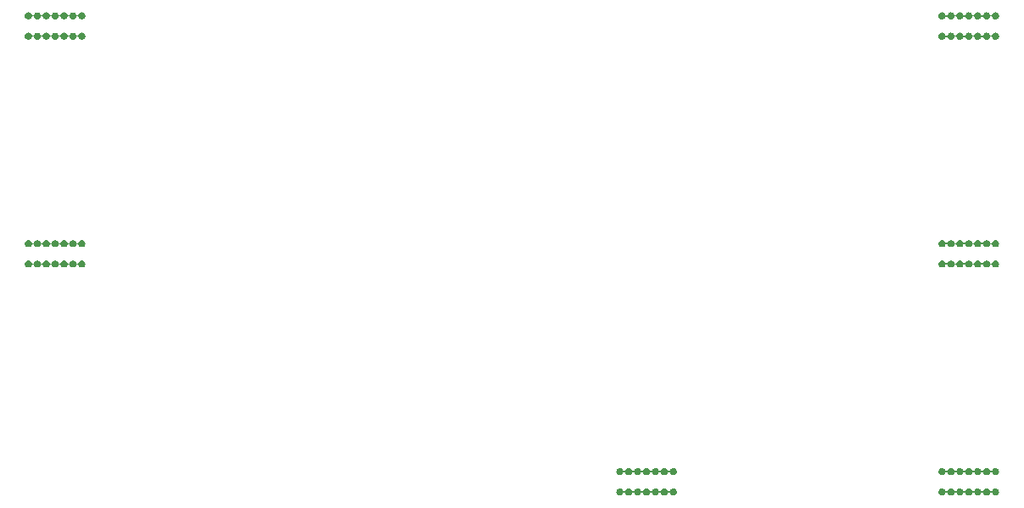
<source format=gbr>
G04 #@! TF.GenerationSoftware,KiCad,Pcbnew,(5.1.6-0-10_14)*
G04 #@! TF.CreationDate,2022-09-03T20:20:15+09:00*
G04 #@! TF.ProjectId,cool536,636f6f6c-3533-4362-9e6b-696361645f70,rev?*
G04 #@! TF.SameCoordinates,Original*
G04 #@! TF.FileFunction,Soldermask,Bot*
G04 #@! TF.FilePolarity,Negative*
%FSLAX46Y46*%
G04 Gerber Fmt 4.6, Leading zero omitted, Abs format (unit mm)*
G04 Created by KiCad (PCBNEW (5.1.6-0-10_14)) date 2022-09-03 20:20:15*
%MOMM*%
%LPD*%
G01*
G04 APERTURE LIST*
%ADD10C,0.100000*%
G04 APERTURE END LIST*
D10*
G36*
X260915383Y26581511D02*
G01*
X260915386Y26581510D01*
X260915385Y26581510D01*
X260979258Y26555054D01*
X261036748Y26516640D01*
X261085640Y26467748D01*
X261124053Y26410259D01*
X261142016Y26366892D01*
X261153567Y26345282D01*
X261169112Y26326340D01*
X261188054Y26310794D01*
X261209664Y26299243D01*
X261233113Y26292130D01*
X261257499Y26289728D01*
X261281886Y26292130D01*
X261305335Y26299243D01*
X261326945Y26310794D01*
X261345887Y26326339D01*
X261361433Y26345281D01*
X261372984Y26366892D01*
X261390947Y26410259D01*
X261429360Y26467748D01*
X261478252Y26516640D01*
X261535742Y26555054D01*
X261599615Y26581510D01*
X261599614Y26581510D01*
X261599617Y26581511D01*
X261667430Y26595000D01*
X261736570Y26595000D01*
X261804383Y26581511D01*
X261804386Y26581510D01*
X261804385Y26581510D01*
X261868258Y26555054D01*
X261925748Y26516640D01*
X261974640Y26467748D01*
X262013053Y26410259D01*
X262031016Y26366892D01*
X262042567Y26345282D01*
X262058112Y26326340D01*
X262077054Y26310794D01*
X262098664Y26299243D01*
X262122113Y26292130D01*
X262146499Y26289728D01*
X262170886Y26292130D01*
X262194335Y26299243D01*
X262215945Y26310794D01*
X262234887Y26326339D01*
X262250433Y26345281D01*
X262261984Y26366892D01*
X262279947Y26410259D01*
X262318360Y26467748D01*
X262367252Y26516640D01*
X262424742Y26555054D01*
X262488615Y26581510D01*
X262488614Y26581510D01*
X262488617Y26581511D01*
X262556430Y26595000D01*
X262625570Y26595000D01*
X262693383Y26581511D01*
X262693386Y26581510D01*
X262693385Y26581510D01*
X262757258Y26555054D01*
X262814748Y26516640D01*
X262863640Y26467748D01*
X262902053Y26410259D01*
X262920016Y26366892D01*
X262931567Y26345282D01*
X262947112Y26326340D01*
X262966054Y26310794D01*
X262987664Y26299243D01*
X263011113Y26292130D01*
X263035499Y26289728D01*
X263059886Y26292130D01*
X263083335Y26299243D01*
X263104945Y26310794D01*
X263123887Y26326339D01*
X263139433Y26345281D01*
X263150984Y26366892D01*
X263168947Y26410259D01*
X263207360Y26467748D01*
X263256252Y26516640D01*
X263313742Y26555054D01*
X263377615Y26581510D01*
X263377614Y26581510D01*
X263377617Y26581511D01*
X263445430Y26595000D01*
X263514570Y26595000D01*
X263582383Y26581511D01*
X263582386Y26581510D01*
X263582385Y26581510D01*
X263646258Y26555054D01*
X263703748Y26516640D01*
X263752640Y26467748D01*
X263791053Y26410259D01*
X263809016Y26366892D01*
X263820567Y26345282D01*
X263836112Y26326340D01*
X263855054Y26310794D01*
X263876664Y26299243D01*
X263900113Y26292130D01*
X263924499Y26289728D01*
X263948886Y26292130D01*
X263972335Y26299243D01*
X263993945Y26310794D01*
X264012887Y26326339D01*
X264028433Y26345281D01*
X264039984Y26366892D01*
X264057947Y26410259D01*
X264096360Y26467748D01*
X264145252Y26516640D01*
X264202742Y26555054D01*
X264266615Y26581510D01*
X264266614Y26581510D01*
X264266617Y26581511D01*
X264334430Y26595000D01*
X264403570Y26595000D01*
X264471383Y26581511D01*
X264471386Y26581510D01*
X264471385Y26581510D01*
X264535258Y26555054D01*
X264592748Y26516640D01*
X264641640Y26467748D01*
X264680053Y26410259D01*
X264698016Y26366892D01*
X264709567Y26345282D01*
X264725112Y26326340D01*
X264744054Y26310794D01*
X264765664Y26299243D01*
X264789113Y26292130D01*
X264813499Y26289728D01*
X264837886Y26292130D01*
X264861335Y26299243D01*
X264882945Y26310794D01*
X264901887Y26326339D01*
X264917433Y26345281D01*
X264928984Y26366892D01*
X264946947Y26410259D01*
X264985360Y26467748D01*
X265034252Y26516640D01*
X265091742Y26555054D01*
X265155615Y26581510D01*
X265155614Y26581510D01*
X265155617Y26581511D01*
X265223430Y26595000D01*
X265292570Y26595000D01*
X265360383Y26581511D01*
X265360386Y26581510D01*
X265360385Y26581510D01*
X265424258Y26555054D01*
X265481748Y26516640D01*
X265530640Y26467748D01*
X265569053Y26410259D01*
X265587016Y26366892D01*
X265598567Y26345282D01*
X265614112Y26326340D01*
X265633054Y26310794D01*
X265654664Y26299243D01*
X265678113Y26292130D01*
X265702499Y26289728D01*
X265726886Y26292130D01*
X265750335Y26299243D01*
X265771945Y26310794D01*
X265790887Y26326339D01*
X265806433Y26345281D01*
X265817984Y26366892D01*
X265835947Y26410259D01*
X265874360Y26467748D01*
X265923252Y26516640D01*
X265980742Y26555054D01*
X266044615Y26581510D01*
X266044614Y26581510D01*
X266044617Y26581511D01*
X266112430Y26595000D01*
X266181570Y26595000D01*
X266249383Y26581511D01*
X266249386Y26581510D01*
X266249385Y26581510D01*
X266313258Y26555054D01*
X266370748Y26516640D01*
X266419640Y26467748D01*
X266458054Y26410258D01*
X266476016Y26366892D01*
X266484511Y26346383D01*
X266498000Y26278570D01*
X266498000Y26209430D01*
X266484511Y26141617D01*
X266484510Y26141615D01*
X266458054Y26077742D01*
X266419640Y26020252D01*
X266370748Y25971360D01*
X266313258Y25932946D01*
X266261182Y25911376D01*
X266249383Y25906489D01*
X266181570Y25893000D01*
X266112430Y25893000D01*
X266044617Y25906489D01*
X266032818Y25911376D01*
X265980742Y25932946D01*
X265923252Y25971360D01*
X265874360Y26020252D01*
X265835947Y26077741D01*
X265817984Y26121108D01*
X265806433Y26142718D01*
X265790888Y26161660D01*
X265771946Y26177206D01*
X265750336Y26188757D01*
X265726887Y26195870D01*
X265702501Y26198272D01*
X265678114Y26195870D01*
X265654665Y26188757D01*
X265633055Y26177206D01*
X265614113Y26161661D01*
X265598567Y26142719D01*
X265587016Y26121108D01*
X265569053Y26077741D01*
X265530640Y26020252D01*
X265481748Y25971360D01*
X265424258Y25932946D01*
X265372182Y25911376D01*
X265360383Y25906489D01*
X265292570Y25893000D01*
X265223430Y25893000D01*
X265155617Y25906489D01*
X265143818Y25911376D01*
X265091742Y25932946D01*
X265034252Y25971360D01*
X264985360Y26020252D01*
X264946947Y26077741D01*
X264928984Y26121108D01*
X264917433Y26142718D01*
X264901888Y26161660D01*
X264882946Y26177206D01*
X264861336Y26188757D01*
X264837887Y26195870D01*
X264813501Y26198272D01*
X264789114Y26195870D01*
X264765665Y26188757D01*
X264744055Y26177206D01*
X264725113Y26161661D01*
X264709567Y26142719D01*
X264698016Y26121108D01*
X264680053Y26077741D01*
X264641640Y26020252D01*
X264592748Y25971360D01*
X264535258Y25932946D01*
X264483182Y25911376D01*
X264471383Y25906489D01*
X264403570Y25893000D01*
X264334430Y25893000D01*
X264266617Y25906489D01*
X264254818Y25911376D01*
X264202742Y25932946D01*
X264145252Y25971360D01*
X264096360Y26020252D01*
X264057947Y26077741D01*
X264039984Y26121108D01*
X264028433Y26142718D01*
X264012888Y26161660D01*
X263993946Y26177206D01*
X263972336Y26188757D01*
X263948887Y26195870D01*
X263924501Y26198272D01*
X263900114Y26195870D01*
X263876665Y26188757D01*
X263855055Y26177206D01*
X263836113Y26161661D01*
X263820567Y26142719D01*
X263809016Y26121108D01*
X263791053Y26077741D01*
X263752640Y26020252D01*
X263703748Y25971360D01*
X263646258Y25932946D01*
X263594182Y25911376D01*
X263582383Y25906489D01*
X263514570Y25893000D01*
X263445430Y25893000D01*
X263377617Y25906489D01*
X263365818Y25911376D01*
X263313742Y25932946D01*
X263256252Y25971360D01*
X263207360Y26020252D01*
X263168947Y26077741D01*
X263150984Y26121108D01*
X263139433Y26142718D01*
X263123888Y26161660D01*
X263104946Y26177206D01*
X263083336Y26188757D01*
X263059887Y26195870D01*
X263035501Y26198272D01*
X263011114Y26195870D01*
X262987665Y26188757D01*
X262966055Y26177206D01*
X262947113Y26161661D01*
X262931567Y26142719D01*
X262920016Y26121108D01*
X262902053Y26077741D01*
X262863640Y26020252D01*
X262814748Y25971360D01*
X262757258Y25932946D01*
X262705182Y25911376D01*
X262693383Y25906489D01*
X262625570Y25893000D01*
X262556430Y25893000D01*
X262488617Y25906489D01*
X262476818Y25911376D01*
X262424742Y25932946D01*
X262367252Y25971360D01*
X262318360Y26020252D01*
X262279947Y26077741D01*
X262261984Y26121108D01*
X262250433Y26142718D01*
X262234888Y26161660D01*
X262215946Y26177206D01*
X262194336Y26188757D01*
X262170887Y26195870D01*
X262146501Y26198272D01*
X262122114Y26195870D01*
X262098665Y26188757D01*
X262077055Y26177206D01*
X262058113Y26161661D01*
X262042567Y26142719D01*
X262031016Y26121108D01*
X262013053Y26077741D01*
X261974640Y26020252D01*
X261925748Y25971360D01*
X261868258Y25932946D01*
X261816182Y25911376D01*
X261804383Y25906489D01*
X261736570Y25893000D01*
X261667430Y25893000D01*
X261599617Y25906489D01*
X261587818Y25911376D01*
X261535742Y25932946D01*
X261478252Y25971360D01*
X261429360Y26020252D01*
X261390947Y26077741D01*
X261372984Y26121108D01*
X261361433Y26142718D01*
X261345888Y26161660D01*
X261326946Y26177206D01*
X261305336Y26188757D01*
X261281887Y26195870D01*
X261257501Y26198272D01*
X261233114Y26195870D01*
X261209665Y26188757D01*
X261188055Y26177206D01*
X261169113Y26161661D01*
X261153567Y26142719D01*
X261142016Y26121108D01*
X261124053Y26077741D01*
X261085640Y26020252D01*
X261036748Y25971360D01*
X260979258Y25932946D01*
X260927182Y25911376D01*
X260915383Y25906489D01*
X260847570Y25893000D01*
X260778430Y25893000D01*
X260710617Y25906489D01*
X260698818Y25911376D01*
X260646742Y25932946D01*
X260589252Y25971360D01*
X260540360Y26020252D01*
X260501946Y26077742D01*
X260475490Y26141615D01*
X260475489Y26141617D01*
X260462000Y26209430D01*
X260462000Y26278570D01*
X260475489Y26346383D01*
X260483984Y26366892D01*
X260501946Y26410258D01*
X260540360Y26467748D01*
X260589252Y26516640D01*
X260646742Y26555054D01*
X260710615Y26581510D01*
X260710614Y26581510D01*
X260710617Y26581511D01*
X260778430Y26595000D01*
X260847570Y26595000D01*
X260915383Y26581511D01*
G37*
G36*
X228755383Y26581511D02*
G01*
X228755386Y26581510D01*
X228755385Y26581510D01*
X228819258Y26555054D01*
X228876748Y26516640D01*
X228925640Y26467748D01*
X228964053Y26410259D01*
X228982016Y26366892D01*
X228993567Y26345282D01*
X229009112Y26326340D01*
X229028054Y26310794D01*
X229049664Y26299243D01*
X229073113Y26292130D01*
X229097499Y26289728D01*
X229121886Y26292130D01*
X229145335Y26299243D01*
X229166945Y26310794D01*
X229185887Y26326339D01*
X229201433Y26345281D01*
X229212984Y26366892D01*
X229230947Y26410259D01*
X229269360Y26467748D01*
X229318252Y26516640D01*
X229375742Y26555054D01*
X229439615Y26581510D01*
X229439614Y26581510D01*
X229439617Y26581511D01*
X229507430Y26595000D01*
X229576570Y26595000D01*
X229644383Y26581511D01*
X229644386Y26581510D01*
X229644385Y26581510D01*
X229708258Y26555054D01*
X229765748Y26516640D01*
X229814640Y26467748D01*
X229853053Y26410259D01*
X229871016Y26366892D01*
X229882567Y26345282D01*
X229898112Y26326340D01*
X229917054Y26310794D01*
X229938664Y26299243D01*
X229962113Y26292130D01*
X229986499Y26289728D01*
X230010886Y26292130D01*
X230034335Y26299243D01*
X230055945Y26310794D01*
X230074887Y26326339D01*
X230090433Y26345281D01*
X230101984Y26366892D01*
X230119947Y26410259D01*
X230158360Y26467748D01*
X230207252Y26516640D01*
X230264742Y26555054D01*
X230328615Y26581510D01*
X230328614Y26581510D01*
X230328617Y26581511D01*
X230396430Y26595000D01*
X230465570Y26595000D01*
X230533383Y26581511D01*
X230533386Y26581510D01*
X230533385Y26581510D01*
X230597258Y26555054D01*
X230654748Y26516640D01*
X230703640Y26467748D01*
X230742053Y26410259D01*
X230760016Y26366892D01*
X230771567Y26345282D01*
X230787112Y26326340D01*
X230806054Y26310794D01*
X230827664Y26299243D01*
X230851113Y26292130D01*
X230875499Y26289728D01*
X230899886Y26292130D01*
X230923335Y26299243D01*
X230944945Y26310794D01*
X230963887Y26326339D01*
X230979433Y26345281D01*
X230990984Y26366892D01*
X231008947Y26410259D01*
X231047360Y26467748D01*
X231096252Y26516640D01*
X231153742Y26555054D01*
X231217615Y26581510D01*
X231217614Y26581510D01*
X231217617Y26581511D01*
X231285430Y26595000D01*
X231354570Y26595000D01*
X231422383Y26581511D01*
X231422386Y26581510D01*
X231422385Y26581510D01*
X231486258Y26555054D01*
X231543748Y26516640D01*
X231592640Y26467748D01*
X231631053Y26410259D01*
X231649016Y26366892D01*
X231660567Y26345282D01*
X231676112Y26326340D01*
X231695054Y26310794D01*
X231716664Y26299243D01*
X231740113Y26292130D01*
X231764499Y26289728D01*
X231788886Y26292130D01*
X231812335Y26299243D01*
X231833945Y26310794D01*
X231852887Y26326339D01*
X231868433Y26345281D01*
X231879984Y26366892D01*
X231897947Y26410259D01*
X231936360Y26467748D01*
X231985252Y26516640D01*
X232042742Y26555054D01*
X232106615Y26581510D01*
X232106614Y26581510D01*
X232106617Y26581511D01*
X232174430Y26595000D01*
X232243570Y26595000D01*
X232311383Y26581511D01*
X232311386Y26581510D01*
X232311385Y26581510D01*
X232375258Y26555054D01*
X232432748Y26516640D01*
X232481640Y26467748D01*
X232520053Y26410259D01*
X232538016Y26366892D01*
X232549567Y26345282D01*
X232565112Y26326340D01*
X232584054Y26310794D01*
X232605664Y26299243D01*
X232629113Y26292130D01*
X232653499Y26289728D01*
X232677886Y26292130D01*
X232701335Y26299243D01*
X232722945Y26310794D01*
X232741887Y26326339D01*
X232757433Y26345281D01*
X232768984Y26366892D01*
X232786947Y26410259D01*
X232825360Y26467748D01*
X232874252Y26516640D01*
X232931742Y26555054D01*
X232995615Y26581510D01*
X232995614Y26581510D01*
X232995617Y26581511D01*
X233063430Y26595000D01*
X233132570Y26595000D01*
X233200383Y26581511D01*
X233200386Y26581510D01*
X233200385Y26581510D01*
X233264258Y26555054D01*
X233321748Y26516640D01*
X233370640Y26467748D01*
X233409053Y26410259D01*
X233427016Y26366892D01*
X233438567Y26345282D01*
X233454112Y26326340D01*
X233473054Y26310794D01*
X233494664Y26299243D01*
X233518113Y26292130D01*
X233542499Y26289728D01*
X233566886Y26292130D01*
X233590335Y26299243D01*
X233611945Y26310794D01*
X233630887Y26326339D01*
X233646433Y26345281D01*
X233657984Y26366892D01*
X233675947Y26410259D01*
X233714360Y26467748D01*
X233763252Y26516640D01*
X233820742Y26555054D01*
X233884615Y26581510D01*
X233884614Y26581510D01*
X233884617Y26581511D01*
X233952430Y26595000D01*
X234021570Y26595000D01*
X234089383Y26581511D01*
X234089386Y26581510D01*
X234089385Y26581510D01*
X234153258Y26555054D01*
X234210748Y26516640D01*
X234259640Y26467748D01*
X234298054Y26410258D01*
X234316016Y26366892D01*
X234324511Y26346383D01*
X234338000Y26278570D01*
X234338000Y26209430D01*
X234324511Y26141617D01*
X234324510Y26141615D01*
X234298054Y26077742D01*
X234259640Y26020252D01*
X234210748Y25971360D01*
X234153258Y25932946D01*
X234101182Y25911376D01*
X234089383Y25906489D01*
X234021570Y25893000D01*
X233952430Y25893000D01*
X233884617Y25906489D01*
X233872818Y25911376D01*
X233820742Y25932946D01*
X233763252Y25971360D01*
X233714360Y26020252D01*
X233675947Y26077741D01*
X233657984Y26121108D01*
X233646433Y26142718D01*
X233630888Y26161660D01*
X233611946Y26177206D01*
X233590336Y26188757D01*
X233566887Y26195870D01*
X233542501Y26198272D01*
X233518114Y26195870D01*
X233494665Y26188757D01*
X233473055Y26177206D01*
X233454113Y26161661D01*
X233438567Y26142719D01*
X233427016Y26121108D01*
X233409053Y26077741D01*
X233370640Y26020252D01*
X233321748Y25971360D01*
X233264258Y25932946D01*
X233212182Y25911376D01*
X233200383Y25906489D01*
X233132570Y25893000D01*
X233063430Y25893000D01*
X232995617Y25906489D01*
X232983818Y25911376D01*
X232931742Y25932946D01*
X232874252Y25971360D01*
X232825360Y26020252D01*
X232786947Y26077741D01*
X232768984Y26121108D01*
X232757433Y26142718D01*
X232741888Y26161660D01*
X232722946Y26177206D01*
X232701336Y26188757D01*
X232677887Y26195870D01*
X232653501Y26198272D01*
X232629114Y26195870D01*
X232605665Y26188757D01*
X232584055Y26177206D01*
X232565113Y26161661D01*
X232549567Y26142719D01*
X232538016Y26121108D01*
X232520053Y26077741D01*
X232481640Y26020252D01*
X232432748Y25971360D01*
X232375258Y25932946D01*
X232323182Y25911376D01*
X232311383Y25906489D01*
X232243570Y25893000D01*
X232174430Y25893000D01*
X232106617Y25906489D01*
X232094818Y25911376D01*
X232042742Y25932946D01*
X231985252Y25971360D01*
X231936360Y26020252D01*
X231897947Y26077741D01*
X231879984Y26121108D01*
X231868433Y26142718D01*
X231852888Y26161660D01*
X231833946Y26177206D01*
X231812336Y26188757D01*
X231788887Y26195870D01*
X231764501Y26198272D01*
X231740114Y26195870D01*
X231716665Y26188757D01*
X231695055Y26177206D01*
X231676113Y26161661D01*
X231660567Y26142719D01*
X231649016Y26121108D01*
X231631053Y26077741D01*
X231592640Y26020252D01*
X231543748Y25971360D01*
X231486258Y25932946D01*
X231434182Y25911376D01*
X231422383Y25906489D01*
X231354570Y25893000D01*
X231285430Y25893000D01*
X231217617Y25906489D01*
X231205818Y25911376D01*
X231153742Y25932946D01*
X231096252Y25971360D01*
X231047360Y26020252D01*
X231008947Y26077741D01*
X230990984Y26121108D01*
X230979433Y26142718D01*
X230963888Y26161660D01*
X230944946Y26177206D01*
X230923336Y26188757D01*
X230899887Y26195870D01*
X230875501Y26198272D01*
X230851114Y26195870D01*
X230827665Y26188757D01*
X230806055Y26177206D01*
X230787113Y26161661D01*
X230771567Y26142719D01*
X230760016Y26121108D01*
X230742053Y26077741D01*
X230703640Y26020252D01*
X230654748Y25971360D01*
X230597258Y25932946D01*
X230545182Y25911376D01*
X230533383Y25906489D01*
X230465570Y25893000D01*
X230396430Y25893000D01*
X230328617Y25906489D01*
X230316818Y25911376D01*
X230264742Y25932946D01*
X230207252Y25971360D01*
X230158360Y26020252D01*
X230119947Y26077741D01*
X230101984Y26121108D01*
X230090433Y26142718D01*
X230074888Y26161660D01*
X230055946Y26177206D01*
X230034336Y26188757D01*
X230010887Y26195870D01*
X229986501Y26198272D01*
X229962114Y26195870D01*
X229938665Y26188757D01*
X229917055Y26177206D01*
X229898113Y26161661D01*
X229882567Y26142719D01*
X229871016Y26121108D01*
X229853053Y26077741D01*
X229814640Y26020252D01*
X229765748Y25971360D01*
X229708258Y25932946D01*
X229656182Y25911376D01*
X229644383Y25906489D01*
X229576570Y25893000D01*
X229507430Y25893000D01*
X229439617Y25906489D01*
X229427818Y25911376D01*
X229375742Y25932946D01*
X229318252Y25971360D01*
X229269360Y26020252D01*
X229230947Y26077741D01*
X229212984Y26121108D01*
X229201433Y26142718D01*
X229185888Y26161660D01*
X229166946Y26177206D01*
X229145336Y26188757D01*
X229121887Y26195870D01*
X229097501Y26198272D01*
X229073114Y26195870D01*
X229049665Y26188757D01*
X229028055Y26177206D01*
X229009113Y26161661D01*
X228993567Y26142719D01*
X228982016Y26121108D01*
X228964053Y26077741D01*
X228925640Y26020252D01*
X228876748Y25971360D01*
X228819258Y25932946D01*
X228767182Y25911376D01*
X228755383Y25906489D01*
X228687570Y25893000D01*
X228618430Y25893000D01*
X228550617Y25906489D01*
X228538818Y25911376D01*
X228486742Y25932946D01*
X228429252Y25971360D01*
X228380360Y26020252D01*
X228341946Y26077742D01*
X228315490Y26141615D01*
X228315489Y26141617D01*
X228302000Y26209430D01*
X228302000Y26278570D01*
X228315489Y26346383D01*
X228323984Y26366892D01*
X228341946Y26410258D01*
X228380360Y26467748D01*
X228429252Y26516640D01*
X228486742Y26555054D01*
X228550615Y26581510D01*
X228550614Y26581510D01*
X228550617Y26581511D01*
X228618430Y26595000D01*
X228687570Y26595000D01*
X228755383Y26581511D01*
G37*
G36*
X228755383Y28613511D02*
G01*
X228755386Y28613510D01*
X228755385Y28613510D01*
X228819258Y28587054D01*
X228876748Y28548640D01*
X228925640Y28499748D01*
X228964053Y28442259D01*
X228982016Y28398892D01*
X228993567Y28377282D01*
X229009112Y28358340D01*
X229028054Y28342794D01*
X229049664Y28331243D01*
X229073113Y28324130D01*
X229097499Y28321728D01*
X229121886Y28324130D01*
X229145335Y28331243D01*
X229166945Y28342794D01*
X229185887Y28358339D01*
X229201433Y28377281D01*
X229212984Y28398892D01*
X229230947Y28442259D01*
X229269360Y28499748D01*
X229318252Y28548640D01*
X229375742Y28587054D01*
X229439615Y28613510D01*
X229439614Y28613510D01*
X229439617Y28613511D01*
X229507430Y28627000D01*
X229576570Y28627000D01*
X229644383Y28613511D01*
X229644386Y28613510D01*
X229644385Y28613510D01*
X229708258Y28587054D01*
X229765748Y28548640D01*
X229814640Y28499748D01*
X229853053Y28442259D01*
X229871016Y28398892D01*
X229882567Y28377282D01*
X229898112Y28358340D01*
X229917054Y28342794D01*
X229938664Y28331243D01*
X229962113Y28324130D01*
X229986499Y28321728D01*
X230010886Y28324130D01*
X230034335Y28331243D01*
X230055945Y28342794D01*
X230074887Y28358339D01*
X230090433Y28377281D01*
X230101984Y28398892D01*
X230119947Y28442259D01*
X230158360Y28499748D01*
X230207252Y28548640D01*
X230264742Y28587054D01*
X230328615Y28613510D01*
X230328614Y28613510D01*
X230328617Y28613511D01*
X230396430Y28627000D01*
X230465570Y28627000D01*
X230533383Y28613511D01*
X230533386Y28613510D01*
X230533385Y28613510D01*
X230597258Y28587054D01*
X230654748Y28548640D01*
X230703640Y28499748D01*
X230742053Y28442259D01*
X230760016Y28398892D01*
X230771567Y28377282D01*
X230787112Y28358340D01*
X230806054Y28342794D01*
X230827664Y28331243D01*
X230851113Y28324130D01*
X230875499Y28321728D01*
X230899886Y28324130D01*
X230923335Y28331243D01*
X230944945Y28342794D01*
X230963887Y28358339D01*
X230979433Y28377281D01*
X230990984Y28398892D01*
X231008947Y28442259D01*
X231047360Y28499748D01*
X231096252Y28548640D01*
X231153742Y28587054D01*
X231217615Y28613510D01*
X231217614Y28613510D01*
X231217617Y28613511D01*
X231285430Y28627000D01*
X231354570Y28627000D01*
X231422383Y28613511D01*
X231422386Y28613510D01*
X231422385Y28613510D01*
X231486258Y28587054D01*
X231543748Y28548640D01*
X231592640Y28499748D01*
X231631053Y28442259D01*
X231649016Y28398892D01*
X231660567Y28377282D01*
X231676112Y28358340D01*
X231695054Y28342794D01*
X231716664Y28331243D01*
X231740113Y28324130D01*
X231764499Y28321728D01*
X231788886Y28324130D01*
X231812335Y28331243D01*
X231833945Y28342794D01*
X231852887Y28358339D01*
X231868433Y28377281D01*
X231879984Y28398892D01*
X231897947Y28442259D01*
X231936360Y28499748D01*
X231985252Y28548640D01*
X232042742Y28587054D01*
X232106615Y28613510D01*
X232106614Y28613510D01*
X232106617Y28613511D01*
X232174430Y28627000D01*
X232243570Y28627000D01*
X232311383Y28613511D01*
X232311386Y28613510D01*
X232311385Y28613510D01*
X232375258Y28587054D01*
X232432748Y28548640D01*
X232481640Y28499748D01*
X232520053Y28442259D01*
X232538016Y28398892D01*
X232549567Y28377282D01*
X232565112Y28358340D01*
X232584054Y28342794D01*
X232605664Y28331243D01*
X232629113Y28324130D01*
X232653499Y28321728D01*
X232677886Y28324130D01*
X232701335Y28331243D01*
X232722945Y28342794D01*
X232741887Y28358339D01*
X232757433Y28377281D01*
X232768984Y28398892D01*
X232786947Y28442259D01*
X232825360Y28499748D01*
X232874252Y28548640D01*
X232931742Y28587054D01*
X232995615Y28613510D01*
X232995614Y28613510D01*
X232995617Y28613511D01*
X233063430Y28627000D01*
X233132570Y28627000D01*
X233200383Y28613511D01*
X233200386Y28613510D01*
X233200385Y28613510D01*
X233264258Y28587054D01*
X233321748Y28548640D01*
X233370640Y28499748D01*
X233409053Y28442259D01*
X233427016Y28398892D01*
X233438567Y28377282D01*
X233454112Y28358340D01*
X233473054Y28342794D01*
X233494664Y28331243D01*
X233518113Y28324130D01*
X233542499Y28321728D01*
X233566886Y28324130D01*
X233590335Y28331243D01*
X233611945Y28342794D01*
X233630887Y28358339D01*
X233646433Y28377281D01*
X233657984Y28398892D01*
X233675947Y28442259D01*
X233714360Y28499748D01*
X233763252Y28548640D01*
X233820742Y28587054D01*
X233884615Y28613510D01*
X233884614Y28613510D01*
X233884617Y28613511D01*
X233952430Y28627000D01*
X234021570Y28627000D01*
X234089383Y28613511D01*
X234089386Y28613510D01*
X234089385Y28613510D01*
X234153258Y28587054D01*
X234210748Y28548640D01*
X234259640Y28499748D01*
X234298054Y28442258D01*
X234316016Y28398892D01*
X234324511Y28378383D01*
X234338000Y28310570D01*
X234338000Y28241430D01*
X234324511Y28173617D01*
X234324510Y28173615D01*
X234298054Y28109742D01*
X234259640Y28052252D01*
X234210748Y28003360D01*
X234153258Y27964946D01*
X234101182Y27943376D01*
X234089383Y27938489D01*
X234021570Y27925000D01*
X233952430Y27925000D01*
X233884617Y27938489D01*
X233872818Y27943376D01*
X233820742Y27964946D01*
X233763252Y28003360D01*
X233714360Y28052252D01*
X233675947Y28109741D01*
X233657984Y28153108D01*
X233646433Y28174718D01*
X233630888Y28193660D01*
X233611946Y28209206D01*
X233590336Y28220757D01*
X233566887Y28227870D01*
X233542501Y28230272D01*
X233518114Y28227870D01*
X233494665Y28220757D01*
X233473055Y28209206D01*
X233454113Y28193661D01*
X233438567Y28174719D01*
X233427016Y28153108D01*
X233409053Y28109741D01*
X233370640Y28052252D01*
X233321748Y28003360D01*
X233264258Y27964946D01*
X233212182Y27943376D01*
X233200383Y27938489D01*
X233132570Y27925000D01*
X233063430Y27925000D01*
X232995617Y27938489D01*
X232983818Y27943376D01*
X232931742Y27964946D01*
X232874252Y28003360D01*
X232825360Y28052252D01*
X232786947Y28109741D01*
X232768984Y28153108D01*
X232757433Y28174718D01*
X232741888Y28193660D01*
X232722946Y28209206D01*
X232701336Y28220757D01*
X232677887Y28227870D01*
X232653501Y28230272D01*
X232629114Y28227870D01*
X232605665Y28220757D01*
X232584055Y28209206D01*
X232565113Y28193661D01*
X232549567Y28174719D01*
X232538016Y28153108D01*
X232520053Y28109741D01*
X232481640Y28052252D01*
X232432748Y28003360D01*
X232375258Y27964946D01*
X232323182Y27943376D01*
X232311383Y27938489D01*
X232243570Y27925000D01*
X232174430Y27925000D01*
X232106617Y27938489D01*
X232094818Y27943376D01*
X232042742Y27964946D01*
X231985252Y28003360D01*
X231936360Y28052252D01*
X231897947Y28109741D01*
X231879984Y28153108D01*
X231868433Y28174718D01*
X231852888Y28193660D01*
X231833946Y28209206D01*
X231812336Y28220757D01*
X231788887Y28227870D01*
X231764501Y28230272D01*
X231740114Y28227870D01*
X231716665Y28220757D01*
X231695055Y28209206D01*
X231676113Y28193661D01*
X231660567Y28174719D01*
X231649016Y28153108D01*
X231631053Y28109741D01*
X231592640Y28052252D01*
X231543748Y28003360D01*
X231486258Y27964946D01*
X231434182Y27943376D01*
X231422383Y27938489D01*
X231354570Y27925000D01*
X231285430Y27925000D01*
X231217617Y27938489D01*
X231205818Y27943376D01*
X231153742Y27964946D01*
X231096252Y28003360D01*
X231047360Y28052252D01*
X231008947Y28109741D01*
X230990984Y28153108D01*
X230979433Y28174718D01*
X230963888Y28193660D01*
X230944946Y28209206D01*
X230923336Y28220757D01*
X230899887Y28227870D01*
X230875501Y28230272D01*
X230851114Y28227870D01*
X230827665Y28220757D01*
X230806055Y28209206D01*
X230787113Y28193661D01*
X230771567Y28174719D01*
X230760016Y28153108D01*
X230742053Y28109741D01*
X230703640Y28052252D01*
X230654748Y28003360D01*
X230597258Y27964946D01*
X230545182Y27943376D01*
X230533383Y27938489D01*
X230465570Y27925000D01*
X230396430Y27925000D01*
X230328617Y27938489D01*
X230316818Y27943376D01*
X230264742Y27964946D01*
X230207252Y28003360D01*
X230158360Y28052252D01*
X230119947Y28109741D01*
X230101984Y28153108D01*
X230090433Y28174718D01*
X230074888Y28193660D01*
X230055946Y28209206D01*
X230034336Y28220757D01*
X230010887Y28227870D01*
X229986501Y28230272D01*
X229962114Y28227870D01*
X229938665Y28220757D01*
X229917055Y28209206D01*
X229898113Y28193661D01*
X229882567Y28174719D01*
X229871016Y28153108D01*
X229853053Y28109741D01*
X229814640Y28052252D01*
X229765748Y28003360D01*
X229708258Y27964946D01*
X229656182Y27943376D01*
X229644383Y27938489D01*
X229576570Y27925000D01*
X229507430Y27925000D01*
X229439617Y27938489D01*
X229427818Y27943376D01*
X229375742Y27964946D01*
X229318252Y28003360D01*
X229269360Y28052252D01*
X229230947Y28109741D01*
X229212984Y28153108D01*
X229201433Y28174718D01*
X229185888Y28193660D01*
X229166946Y28209206D01*
X229145336Y28220757D01*
X229121887Y28227870D01*
X229097501Y28230272D01*
X229073114Y28227870D01*
X229049665Y28220757D01*
X229028055Y28209206D01*
X229009113Y28193661D01*
X228993567Y28174719D01*
X228982016Y28153108D01*
X228964053Y28109741D01*
X228925640Y28052252D01*
X228876748Y28003360D01*
X228819258Y27964946D01*
X228767182Y27943376D01*
X228755383Y27938489D01*
X228687570Y27925000D01*
X228618430Y27925000D01*
X228550617Y27938489D01*
X228538818Y27943376D01*
X228486742Y27964946D01*
X228429252Y28003360D01*
X228380360Y28052252D01*
X228341946Y28109742D01*
X228315490Y28173615D01*
X228315489Y28173617D01*
X228302000Y28241430D01*
X228302000Y28310570D01*
X228315489Y28378383D01*
X228323984Y28398892D01*
X228341946Y28442258D01*
X228380360Y28499748D01*
X228429252Y28548640D01*
X228486742Y28587054D01*
X228550615Y28613510D01*
X228550614Y28613510D01*
X228550617Y28613511D01*
X228618430Y28627000D01*
X228687570Y28627000D01*
X228755383Y28613511D01*
G37*
G36*
X260915383Y28613511D02*
G01*
X260915386Y28613510D01*
X260915385Y28613510D01*
X260979258Y28587054D01*
X261036748Y28548640D01*
X261085640Y28499748D01*
X261124053Y28442259D01*
X261142016Y28398892D01*
X261153567Y28377282D01*
X261169112Y28358340D01*
X261188054Y28342794D01*
X261209664Y28331243D01*
X261233113Y28324130D01*
X261257499Y28321728D01*
X261281886Y28324130D01*
X261305335Y28331243D01*
X261326945Y28342794D01*
X261345887Y28358339D01*
X261361433Y28377281D01*
X261372984Y28398892D01*
X261390947Y28442259D01*
X261429360Y28499748D01*
X261478252Y28548640D01*
X261535742Y28587054D01*
X261599615Y28613510D01*
X261599614Y28613510D01*
X261599617Y28613511D01*
X261667430Y28627000D01*
X261736570Y28627000D01*
X261804383Y28613511D01*
X261804386Y28613510D01*
X261804385Y28613510D01*
X261868258Y28587054D01*
X261925748Y28548640D01*
X261974640Y28499748D01*
X262013053Y28442259D01*
X262031016Y28398892D01*
X262042567Y28377282D01*
X262058112Y28358340D01*
X262077054Y28342794D01*
X262098664Y28331243D01*
X262122113Y28324130D01*
X262146499Y28321728D01*
X262170886Y28324130D01*
X262194335Y28331243D01*
X262215945Y28342794D01*
X262234887Y28358339D01*
X262250433Y28377281D01*
X262261984Y28398892D01*
X262279947Y28442259D01*
X262318360Y28499748D01*
X262367252Y28548640D01*
X262424742Y28587054D01*
X262488615Y28613510D01*
X262488614Y28613510D01*
X262488617Y28613511D01*
X262556430Y28627000D01*
X262625570Y28627000D01*
X262693383Y28613511D01*
X262693386Y28613510D01*
X262693385Y28613510D01*
X262757258Y28587054D01*
X262814748Y28548640D01*
X262863640Y28499748D01*
X262902053Y28442259D01*
X262920016Y28398892D01*
X262931567Y28377282D01*
X262947112Y28358340D01*
X262966054Y28342794D01*
X262987664Y28331243D01*
X263011113Y28324130D01*
X263035499Y28321728D01*
X263059886Y28324130D01*
X263083335Y28331243D01*
X263104945Y28342794D01*
X263123887Y28358339D01*
X263139433Y28377281D01*
X263150984Y28398892D01*
X263168947Y28442259D01*
X263207360Y28499748D01*
X263256252Y28548640D01*
X263313742Y28587054D01*
X263377615Y28613510D01*
X263377614Y28613510D01*
X263377617Y28613511D01*
X263445430Y28627000D01*
X263514570Y28627000D01*
X263582383Y28613511D01*
X263582386Y28613510D01*
X263582385Y28613510D01*
X263646258Y28587054D01*
X263703748Y28548640D01*
X263752640Y28499748D01*
X263791053Y28442259D01*
X263809016Y28398892D01*
X263820567Y28377282D01*
X263836112Y28358340D01*
X263855054Y28342794D01*
X263876664Y28331243D01*
X263900113Y28324130D01*
X263924499Y28321728D01*
X263948886Y28324130D01*
X263972335Y28331243D01*
X263993945Y28342794D01*
X264012887Y28358339D01*
X264028433Y28377281D01*
X264039984Y28398892D01*
X264057947Y28442259D01*
X264096360Y28499748D01*
X264145252Y28548640D01*
X264202742Y28587054D01*
X264266615Y28613510D01*
X264266614Y28613510D01*
X264266617Y28613511D01*
X264334430Y28627000D01*
X264403570Y28627000D01*
X264471383Y28613511D01*
X264471386Y28613510D01*
X264471385Y28613510D01*
X264535258Y28587054D01*
X264592748Y28548640D01*
X264641640Y28499748D01*
X264680053Y28442259D01*
X264698016Y28398892D01*
X264709567Y28377282D01*
X264725112Y28358340D01*
X264744054Y28342794D01*
X264765664Y28331243D01*
X264789113Y28324130D01*
X264813499Y28321728D01*
X264837886Y28324130D01*
X264861335Y28331243D01*
X264882945Y28342794D01*
X264901887Y28358339D01*
X264917433Y28377281D01*
X264928984Y28398892D01*
X264946947Y28442259D01*
X264985360Y28499748D01*
X265034252Y28548640D01*
X265091742Y28587054D01*
X265155615Y28613510D01*
X265155614Y28613510D01*
X265155617Y28613511D01*
X265223430Y28627000D01*
X265292570Y28627000D01*
X265360383Y28613511D01*
X265360386Y28613510D01*
X265360385Y28613510D01*
X265424258Y28587054D01*
X265481748Y28548640D01*
X265530640Y28499748D01*
X265569053Y28442259D01*
X265587016Y28398892D01*
X265598567Y28377282D01*
X265614112Y28358340D01*
X265633054Y28342794D01*
X265654664Y28331243D01*
X265678113Y28324130D01*
X265702499Y28321728D01*
X265726886Y28324130D01*
X265750335Y28331243D01*
X265771945Y28342794D01*
X265790887Y28358339D01*
X265806433Y28377281D01*
X265817984Y28398892D01*
X265835947Y28442259D01*
X265874360Y28499748D01*
X265923252Y28548640D01*
X265980742Y28587054D01*
X266044615Y28613510D01*
X266044614Y28613510D01*
X266044617Y28613511D01*
X266112430Y28627000D01*
X266181570Y28627000D01*
X266249383Y28613511D01*
X266249386Y28613510D01*
X266249385Y28613510D01*
X266313258Y28587054D01*
X266370748Y28548640D01*
X266419640Y28499748D01*
X266458054Y28442258D01*
X266476016Y28398892D01*
X266484511Y28378383D01*
X266498000Y28310570D01*
X266498000Y28241430D01*
X266484511Y28173617D01*
X266484510Y28173615D01*
X266458054Y28109742D01*
X266419640Y28052252D01*
X266370748Y28003360D01*
X266313258Y27964946D01*
X266261182Y27943376D01*
X266249383Y27938489D01*
X266181570Y27925000D01*
X266112430Y27925000D01*
X266044617Y27938489D01*
X266032818Y27943376D01*
X265980742Y27964946D01*
X265923252Y28003360D01*
X265874360Y28052252D01*
X265835947Y28109741D01*
X265817984Y28153108D01*
X265806433Y28174718D01*
X265790888Y28193660D01*
X265771946Y28209206D01*
X265750336Y28220757D01*
X265726887Y28227870D01*
X265702501Y28230272D01*
X265678114Y28227870D01*
X265654665Y28220757D01*
X265633055Y28209206D01*
X265614113Y28193661D01*
X265598567Y28174719D01*
X265587016Y28153108D01*
X265569053Y28109741D01*
X265530640Y28052252D01*
X265481748Y28003360D01*
X265424258Y27964946D01*
X265372182Y27943376D01*
X265360383Y27938489D01*
X265292570Y27925000D01*
X265223430Y27925000D01*
X265155617Y27938489D01*
X265143818Y27943376D01*
X265091742Y27964946D01*
X265034252Y28003360D01*
X264985360Y28052252D01*
X264946947Y28109741D01*
X264928984Y28153108D01*
X264917433Y28174718D01*
X264901888Y28193660D01*
X264882946Y28209206D01*
X264861336Y28220757D01*
X264837887Y28227870D01*
X264813501Y28230272D01*
X264789114Y28227870D01*
X264765665Y28220757D01*
X264744055Y28209206D01*
X264725113Y28193661D01*
X264709567Y28174719D01*
X264698016Y28153108D01*
X264680053Y28109741D01*
X264641640Y28052252D01*
X264592748Y28003360D01*
X264535258Y27964946D01*
X264483182Y27943376D01*
X264471383Y27938489D01*
X264403570Y27925000D01*
X264334430Y27925000D01*
X264266617Y27938489D01*
X264254818Y27943376D01*
X264202742Y27964946D01*
X264145252Y28003360D01*
X264096360Y28052252D01*
X264057947Y28109741D01*
X264039984Y28153108D01*
X264028433Y28174718D01*
X264012888Y28193660D01*
X263993946Y28209206D01*
X263972336Y28220757D01*
X263948887Y28227870D01*
X263924501Y28230272D01*
X263900114Y28227870D01*
X263876665Y28220757D01*
X263855055Y28209206D01*
X263836113Y28193661D01*
X263820567Y28174719D01*
X263809016Y28153108D01*
X263791053Y28109741D01*
X263752640Y28052252D01*
X263703748Y28003360D01*
X263646258Y27964946D01*
X263594182Y27943376D01*
X263582383Y27938489D01*
X263514570Y27925000D01*
X263445430Y27925000D01*
X263377617Y27938489D01*
X263365818Y27943376D01*
X263313742Y27964946D01*
X263256252Y28003360D01*
X263207360Y28052252D01*
X263168947Y28109741D01*
X263150984Y28153108D01*
X263139433Y28174718D01*
X263123888Y28193660D01*
X263104946Y28209206D01*
X263083336Y28220757D01*
X263059887Y28227870D01*
X263035501Y28230272D01*
X263011114Y28227870D01*
X262987665Y28220757D01*
X262966055Y28209206D01*
X262947113Y28193661D01*
X262931567Y28174719D01*
X262920016Y28153108D01*
X262902053Y28109741D01*
X262863640Y28052252D01*
X262814748Y28003360D01*
X262757258Y27964946D01*
X262705182Y27943376D01*
X262693383Y27938489D01*
X262625570Y27925000D01*
X262556430Y27925000D01*
X262488617Y27938489D01*
X262476818Y27943376D01*
X262424742Y27964946D01*
X262367252Y28003360D01*
X262318360Y28052252D01*
X262279947Y28109741D01*
X262261984Y28153108D01*
X262250433Y28174718D01*
X262234888Y28193660D01*
X262215946Y28209206D01*
X262194336Y28220757D01*
X262170887Y28227870D01*
X262146501Y28230272D01*
X262122114Y28227870D01*
X262098665Y28220757D01*
X262077055Y28209206D01*
X262058113Y28193661D01*
X262042567Y28174719D01*
X262031016Y28153108D01*
X262013053Y28109741D01*
X261974640Y28052252D01*
X261925748Y28003360D01*
X261868258Y27964946D01*
X261816182Y27943376D01*
X261804383Y27938489D01*
X261736570Y27925000D01*
X261667430Y27925000D01*
X261599617Y27938489D01*
X261587818Y27943376D01*
X261535742Y27964946D01*
X261478252Y28003360D01*
X261429360Y28052252D01*
X261390947Y28109741D01*
X261372984Y28153108D01*
X261361433Y28174718D01*
X261345888Y28193660D01*
X261326946Y28209206D01*
X261305336Y28220757D01*
X261281887Y28227870D01*
X261257501Y28230272D01*
X261233114Y28227870D01*
X261209665Y28220757D01*
X261188055Y28209206D01*
X261169113Y28193661D01*
X261153567Y28174719D01*
X261142016Y28153108D01*
X261124053Y28109741D01*
X261085640Y28052252D01*
X261036748Y28003360D01*
X260979258Y27964946D01*
X260927182Y27943376D01*
X260915383Y27938489D01*
X260847570Y27925000D01*
X260778430Y27925000D01*
X260710617Y27938489D01*
X260698818Y27943376D01*
X260646742Y27964946D01*
X260589252Y28003360D01*
X260540360Y28052252D01*
X260501946Y28109742D01*
X260475490Y28173615D01*
X260475489Y28173617D01*
X260462000Y28241430D01*
X260462000Y28310570D01*
X260475489Y28378383D01*
X260483984Y28398892D01*
X260501946Y28442258D01*
X260540360Y28499748D01*
X260589252Y28548640D01*
X260646742Y28587054D01*
X260710615Y28613510D01*
X260710614Y28613510D01*
X260710617Y28613511D01*
X260778430Y28627000D01*
X260847570Y28627000D01*
X260915383Y28613511D01*
G37*
G36*
X169735383Y49331511D02*
G01*
X169735386Y49331510D01*
X169735385Y49331510D01*
X169799258Y49305054D01*
X169856748Y49266640D01*
X169905640Y49217748D01*
X169944053Y49160259D01*
X169962016Y49116892D01*
X169973567Y49095282D01*
X169989112Y49076340D01*
X170008054Y49060794D01*
X170029664Y49049243D01*
X170053113Y49042130D01*
X170077499Y49039728D01*
X170101886Y49042130D01*
X170125335Y49049243D01*
X170146945Y49060794D01*
X170165887Y49076339D01*
X170181433Y49095281D01*
X170192984Y49116892D01*
X170210947Y49160259D01*
X170249360Y49217748D01*
X170298252Y49266640D01*
X170355742Y49305054D01*
X170419615Y49331510D01*
X170419614Y49331510D01*
X170419617Y49331511D01*
X170487430Y49345000D01*
X170556570Y49345000D01*
X170624383Y49331511D01*
X170624386Y49331510D01*
X170624385Y49331510D01*
X170688258Y49305054D01*
X170745748Y49266640D01*
X170794640Y49217748D01*
X170833053Y49160259D01*
X170851016Y49116892D01*
X170862567Y49095282D01*
X170878112Y49076340D01*
X170897054Y49060794D01*
X170918664Y49049243D01*
X170942113Y49042130D01*
X170966499Y49039728D01*
X170990886Y49042130D01*
X171014335Y49049243D01*
X171035945Y49060794D01*
X171054887Y49076339D01*
X171070433Y49095281D01*
X171081984Y49116892D01*
X171099947Y49160259D01*
X171138360Y49217748D01*
X171187252Y49266640D01*
X171244742Y49305054D01*
X171308615Y49331510D01*
X171308614Y49331510D01*
X171308617Y49331511D01*
X171376430Y49345000D01*
X171445570Y49345000D01*
X171513383Y49331511D01*
X171513386Y49331510D01*
X171513385Y49331510D01*
X171577258Y49305054D01*
X171634748Y49266640D01*
X171683640Y49217748D01*
X171722053Y49160259D01*
X171740016Y49116892D01*
X171751567Y49095282D01*
X171767112Y49076340D01*
X171786054Y49060794D01*
X171807664Y49049243D01*
X171831113Y49042130D01*
X171855499Y49039728D01*
X171879886Y49042130D01*
X171903335Y49049243D01*
X171924945Y49060794D01*
X171943887Y49076339D01*
X171959433Y49095281D01*
X171970984Y49116892D01*
X171988947Y49160259D01*
X172027360Y49217748D01*
X172076252Y49266640D01*
X172133742Y49305054D01*
X172197615Y49331510D01*
X172197614Y49331510D01*
X172197617Y49331511D01*
X172265430Y49345000D01*
X172334570Y49345000D01*
X172402383Y49331511D01*
X172402386Y49331510D01*
X172402385Y49331510D01*
X172466258Y49305054D01*
X172523748Y49266640D01*
X172572640Y49217748D01*
X172611053Y49160259D01*
X172629016Y49116892D01*
X172640567Y49095282D01*
X172656112Y49076340D01*
X172675054Y49060794D01*
X172696664Y49049243D01*
X172720113Y49042130D01*
X172744499Y49039728D01*
X172768886Y49042130D01*
X172792335Y49049243D01*
X172813945Y49060794D01*
X172832887Y49076339D01*
X172848433Y49095281D01*
X172859984Y49116892D01*
X172877947Y49160259D01*
X172916360Y49217748D01*
X172965252Y49266640D01*
X173022742Y49305054D01*
X173086615Y49331510D01*
X173086614Y49331510D01*
X173086617Y49331511D01*
X173154430Y49345000D01*
X173223570Y49345000D01*
X173291383Y49331511D01*
X173291386Y49331510D01*
X173291385Y49331510D01*
X173355258Y49305054D01*
X173412748Y49266640D01*
X173461640Y49217748D01*
X173500053Y49160259D01*
X173518016Y49116892D01*
X173529567Y49095282D01*
X173545112Y49076340D01*
X173564054Y49060794D01*
X173585664Y49049243D01*
X173609113Y49042130D01*
X173633499Y49039728D01*
X173657886Y49042130D01*
X173681335Y49049243D01*
X173702945Y49060794D01*
X173721887Y49076339D01*
X173737433Y49095281D01*
X173748984Y49116892D01*
X173766947Y49160259D01*
X173805360Y49217748D01*
X173854252Y49266640D01*
X173911742Y49305054D01*
X173975615Y49331510D01*
X173975614Y49331510D01*
X173975617Y49331511D01*
X174043430Y49345000D01*
X174112570Y49345000D01*
X174180383Y49331511D01*
X174180386Y49331510D01*
X174180385Y49331510D01*
X174244258Y49305054D01*
X174301748Y49266640D01*
X174350640Y49217748D01*
X174389053Y49160259D01*
X174407016Y49116892D01*
X174418567Y49095282D01*
X174434112Y49076340D01*
X174453054Y49060794D01*
X174474664Y49049243D01*
X174498113Y49042130D01*
X174522499Y49039728D01*
X174546886Y49042130D01*
X174570335Y49049243D01*
X174591945Y49060794D01*
X174610887Y49076339D01*
X174626433Y49095281D01*
X174637984Y49116892D01*
X174655947Y49160259D01*
X174694360Y49217748D01*
X174743252Y49266640D01*
X174800742Y49305054D01*
X174864615Y49331510D01*
X174864614Y49331510D01*
X174864617Y49331511D01*
X174932430Y49345000D01*
X175001570Y49345000D01*
X175069383Y49331511D01*
X175069386Y49331510D01*
X175069385Y49331510D01*
X175133258Y49305054D01*
X175190748Y49266640D01*
X175239640Y49217748D01*
X175278054Y49160258D01*
X175296016Y49116892D01*
X175304511Y49096383D01*
X175318000Y49028570D01*
X175318000Y48959430D01*
X175304511Y48891617D01*
X175304510Y48891615D01*
X175278054Y48827742D01*
X175239640Y48770252D01*
X175190748Y48721360D01*
X175133258Y48682946D01*
X175081182Y48661376D01*
X175069383Y48656489D01*
X175001570Y48643000D01*
X174932430Y48643000D01*
X174864617Y48656489D01*
X174852818Y48661376D01*
X174800742Y48682946D01*
X174743252Y48721360D01*
X174694360Y48770252D01*
X174655947Y48827741D01*
X174637984Y48871108D01*
X174626433Y48892718D01*
X174610888Y48911660D01*
X174591946Y48927206D01*
X174570336Y48938757D01*
X174546887Y48945870D01*
X174522501Y48948272D01*
X174498114Y48945870D01*
X174474665Y48938757D01*
X174453055Y48927206D01*
X174434113Y48911661D01*
X174418567Y48892719D01*
X174407016Y48871108D01*
X174389053Y48827741D01*
X174350640Y48770252D01*
X174301748Y48721360D01*
X174244258Y48682946D01*
X174192182Y48661376D01*
X174180383Y48656489D01*
X174112570Y48643000D01*
X174043430Y48643000D01*
X173975617Y48656489D01*
X173963818Y48661376D01*
X173911742Y48682946D01*
X173854252Y48721360D01*
X173805360Y48770252D01*
X173766947Y48827741D01*
X173748984Y48871108D01*
X173737433Y48892718D01*
X173721888Y48911660D01*
X173702946Y48927206D01*
X173681336Y48938757D01*
X173657887Y48945870D01*
X173633501Y48948272D01*
X173609114Y48945870D01*
X173585665Y48938757D01*
X173564055Y48927206D01*
X173545113Y48911661D01*
X173529567Y48892719D01*
X173518016Y48871108D01*
X173500053Y48827741D01*
X173461640Y48770252D01*
X173412748Y48721360D01*
X173355258Y48682946D01*
X173303182Y48661376D01*
X173291383Y48656489D01*
X173223570Y48643000D01*
X173154430Y48643000D01*
X173086617Y48656489D01*
X173074818Y48661376D01*
X173022742Y48682946D01*
X172965252Y48721360D01*
X172916360Y48770252D01*
X172877947Y48827741D01*
X172859984Y48871108D01*
X172848433Y48892718D01*
X172832888Y48911660D01*
X172813946Y48927206D01*
X172792336Y48938757D01*
X172768887Y48945870D01*
X172744501Y48948272D01*
X172720114Y48945870D01*
X172696665Y48938757D01*
X172675055Y48927206D01*
X172656113Y48911661D01*
X172640567Y48892719D01*
X172629016Y48871108D01*
X172611053Y48827741D01*
X172572640Y48770252D01*
X172523748Y48721360D01*
X172466258Y48682946D01*
X172414182Y48661376D01*
X172402383Y48656489D01*
X172334570Y48643000D01*
X172265430Y48643000D01*
X172197617Y48656489D01*
X172185818Y48661376D01*
X172133742Y48682946D01*
X172076252Y48721360D01*
X172027360Y48770252D01*
X171988947Y48827741D01*
X171970984Y48871108D01*
X171959433Y48892718D01*
X171943888Y48911660D01*
X171924946Y48927206D01*
X171903336Y48938757D01*
X171879887Y48945870D01*
X171855501Y48948272D01*
X171831114Y48945870D01*
X171807665Y48938757D01*
X171786055Y48927206D01*
X171767113Y48911661D01*
X171751567Y48892719D01*
X171740016Y48871108D01*
X171722053Y48827741D01*
X171683640Y48770252D01*
X171634748Y48721360D01*
X171577258Y48682946D01*
X171525182Y48661376D01*
X171513383Y48656489D01*
X171445570Y48643000D01*
X171376430Y48643000D01*
X171308617Y48656489D01*
X171296818Y48661376D01*
X171244742Y48682946D01*
X171187252Y48721360D01*
X171138360Y48770252D01*
X171099947Y48827741D01*
X171081984Y48871108D01*
X171070433Y48892718D01*
X171054888Y48911660D01*
X171035946Y48927206D01*
X171014336Y48938757D01*
X170990887Y48945870D01*
X170966501Y48948272D01*
X170942114Y48945870D01*
X170918665Y48938757D01*
X170897055Y48927206D01*
X170878113Y48911661D01*
X170862567Y48892719D01*
X170851016Y48871108D01*
X170833053Y48827741D01*
X170794640Y48770252D01*
X170745748Y48721360D01*
X170688258Y48682946D01*
X170636182Y48661376D01*
X170624383Y48656489D01*
X170556570Y48643000D01*
X170487430Y48643000D01*
X170419617Y48656489D01*
X170407818Y48661376D01*
X170355742Y48682946D01*
X170298252Y48721360D01*
X170249360Y48770252D01*
X170210947Y48827741D01*
X170192984Y48871108D01*
X170181433Y48892718D01*
X170165888Y48911660D01*
X170146946Y48927206D01*
X170125336Y48938757D01*
X170101887Y48945870D01*
X170077501Y48948272D01*
X170053114Y48945870D01*
X170029665Y48938757D01*
X170008055Y48927206D01*
X169989113Y48911661D01*
X169973567Y48892719D01*
X169962016Y48871108D01*
X169944053Y48827741D01*
X169905640Y48770252D01*
X169856748Y48721360D01*
X169799258Y48682946D01*
X169747182Y48661376D01*
X169735383Y48656489D01*
X169667570Y48643000D01*
X169598430Y48643000D01*
X169530617Y48656489D01*
X169518818Y48661376D01*
X169466742Y48682946D01*
X169409252Y48721360D01*
X169360360Y48770252D01*
X169321946Y48827742D01*
X169295490Y48891615D01*
X169295489Y48891617D01*
X169282000Y48959430D01*
X169282000Y49028570D01*
X169295489Y49096383D01*
X169303984Y49116892D01*
X169321946Y49160258D01*
X169360360Y49217748D01*
X169409252Y49266640D01*
X169466742Y49305054D01*
X169530615Y49331510D01*
X169530614Y49331510D01*
X169530617Y49331511D01*
X169598430Y49345000D01*
X169667570Y49345000D01*
X169735383Y49331511D01*
G37*
G36*
X260915383Y49331511D02*
G01*
X260915386Y49331510D01*
X260915385Y49331510D01*
X260979258Y49305054D01*
X261036748Y49266640D01*
X261085640Y49217748D01*
X261124053Y49160259D01*
X261142016Y49116892D01*
X261153567Y49095282D01*
X261169112Y49076340D01*
X261188054Y49060794D01*
X261209664Y49049243D01*
X261233113Y49042130D01*
X261257499Y49039728D01*
X261281886Y49042130D01*
X261305335Y49049243D01*
X261326945Y49060794D01*
X261345887Y49076339D01*
X261361433Y49095281D01*
X261372984Y49116892D01*
X261390947Y49160259D01*
X261429360Y49217748D01*
X261478252Y49266640D01*
X261535742Y49305054D01*
X261599615Y49331510D01*
X261599614Y49331510D01*
X261599617Y49331511D01*
X261667430Y49345000D01*
X261736570Y49345000D01*
X261804383Y49331511D01*
X261804386Y49331510D01*
X261804385Y49331510D01*
X261868258Y49305054D01*
X261925748Y49266640D01*
X261974640Y49217748D01*
X262013053Y49160259D01*
X262031016Y49116892D01*
X262042567Y49095282D01*
X262058112Y49076340D01*
X262077054Y49060794D01*
X262098664Y49049243D01*
X262122113Y49042130D01*
X262146499Y49039728D01*
X262170886Y49042130D01*
X262194335Y49049243D01*
X262215945Y49060794D01*
X262234887Y49076339D01*
X262250433Y49095281D01*
X262261984Y49116892D01*
X262279947Y49160259D01*
X262318360Y49217748D01*
X262367252Y49266640D01*
X262424742Y49305054D01*
X262488615Y49331510D01*
X262488614Y49331510D01*
X262488617Y49331511D01*
X262556430Y49345000D01*
X262625570Y49345000D01*
X262693383Y49331511D01*
X262693386Y49331510D01*
X262693385Y49331510D01*
X262757258Y49305054D01*
X262814748Y49266640D01*
X262863640Y49217748D01*
X262902053Y49160259D01*
X262920016Y49116892D01*
X262931567Y49095282D01*
X262947112Y49076340D01*
X262966054Y49060794D01*
X262987664Y49049243D01*
X263011113Y49042130D01*
X263035499Y49039728D01*
X263059886Y49042130D01*
X263083335Y49049243D01*
X263104945Y49060794D01*
X263123887Y49076339D01*
X263139433Y49095281D01*
X263150984Y49116892D01*
X263168947Y49160259D01*
X263207360Y49217748D01*
X263256252Y49266640D01*
X263313742Y49305054D01*
X263377615Y49331510D01*
X263377614Y49331510D01*
X263377617Y49331511D01*
X263445430Y49345000D01*
X263514570Y49345000D01*
X263582383Y49331511D01*
X263582386Y49331510D01*
X263582385Y49331510D01*
X263646258Y49305054D01*
X263703748Y49266640D01*
X263752640Y49217748D01*
X263791053Y49160259D01*
X263809016Y49116892D01*
X263820567Y49095282D01*
X263836112Y49076340D01*
X263855054Y49060794D01*
X263876664Y49049243D01*
X263900113Y49042130D01*
X263924499Y49039728D01*
X263948886Y49042130D01*
X263972335Y49049243D01*
X263993945Y49060794D01*
X264012887Y49076339D01*
X264028433Y49095281D01*
X264039984Y49116892D01*
X264057947Y49160259D01*
X264096360Y49217748D01*
X264145252Y49266640D01*
X264202742Y49305054D01*
X264266615Y49331510D01*
X264266614Y49331510D01*
X264266617Y49331511D01*
X264334430Y49345000D01*
X264403570Y49345000D01*
X264471383Y49331511D01*
X264471386Y49331510D01*
X264471385Y49331510D01*
X264535258Y49305054D01*
X264592748Y49266640D01*
X264641640Y49217748D01*
X264680053Y49160259D01*
X264698016Y49116892D01*
X264709567Y49095282D01*
X264725112Y49076340D01*
X264744054Y49060794D01*
X264765664Y49049243D01*
X264789113Y49042130D01*
X264813499Y49039728D01*
X264837886Y49042130D01*
X264861335Y49049243D01*
X264882945Y49060794D01*
X264901887Y49076339D01*
X264917433Y49095281D01*
X264928984Y49116892D01*
X264946947Y49160259D01*
X264985360Y49217748D01*
X265034252Y49266640D01*
X265091742Y49305054D01*
X265155615Y49331510D01*
X265155614Y49331510D01*
X265155617Y49331511D01*
X265223430Y49345000D01*
X265292570Y49345000D01*
X265360383Y49331511D01*
X265360386Y49331510D01*
X265360385Y49331510D01*
X265424258Y49305054D01*
X265481748Y49266640D01*
X265530640Y49217748D01*
X265569053Y49160259D01*
X265587016Y49116892D01*
X265598567Y49095282D01*
X265614112Y49076340D01*
X265633054Y49060794D01*
X265654664Y49049243D01*
X265678113Y49042130D01*
X265702499Y49039728D01*
X265726886Y49042130D01*
X265750335Y49049243D01*
X265771945Y49060794D01*
X265790887Y49076339D01*
X265806433Y49095281D01*
X265817984Y49116892D01*
X265835947Y49160259D01*
X265874360Y49217748D01*
X265923252Y49266640D01*
X265980742Y49305054D01*
X266044615Y49331510D01*
X266044614Y49331510D01*
X266044617Y49331511D01*
X266112430Y49345000D01*
X266181570Y49345000D01*
X266249383Y49331511D01*
X266249386Y49331510D01*
X266249385Y49331510D01*
X266313258Y49305054D01*
X266370748Y49266640D01*
X266419640Y49217748D01*
X266458054Y49160258D01*
X266476016Y49116892D01*
X266484511Y49096383D01*
X266498000Y49028570D01*
X266498000Y48959430D01*
X266484511Y48891617D01*
X266484510Y48891615D01*
X266458054Y48827742D01*
X266419640Y48770252D01*
X266370748Y48721360D01*
X266313258Y48682946D01*
X266261182Y48661376D01*
X266249383Y48656489D01*
X266181570Y48643000D01*
X266112430Y48643000D01*
X266044617Y48656489D01*
X266032818Y48661376D01*
X265980742Y48682946D01*
X265923252Y48721360D01*
X265874360Y48770252D01*
X265835947Y48827741D01*
X265817984Y48871108D01*
X265806433Y48892718D01*
X265790888Y48911660D01*
X265771946Y48927206D01*
X265750336Y48938757D01*
X265726887Y48945870D01*
X265702501Y48948272D01*
X265678114Y48945870D01*
X265654665Y48938757D01*
X265633055Y48927206D01*
X265614113Y48911661D01*
X265598567Y48892719D01*
X265587016Y48871108D01*
X265569053Y48827741D01*
X265530640Y48770252D01*
X265481748Y48721360D01*
X265424258Y48682946D01*
X265372182Y48661376D01*
X265360383Y48656489D01*
X265292570Y48643000D01*
X265223430Y48643000D01*
X265155617Y48656489D01*
X265143818Y48661376D01*
X265091742Y48682946D01*
X265034252Y48721360D01*
X264985360Y48770252D01*
X264946947Y48827741D01*
X264928984Y48871108D01*
X264917433Y48892718D01*
X264901888Y48911660D01*
X264882946Y48927206D01*
X264861336Y48938757D01*
X264837887Y48945870D01*
X264813501Y48948272D01*
X264789114Y48945870D01*
X264765665Y48938757D01*
X264744055Y48927206D01*
X264725113Y48911661D01*
X264709567Y48892719D01*
X264698016Y48871108D01*
X264680053Y48827741D01*
X264641640Y48770252D01*
X264592748Y48721360D01*
X264535258Y48682946D01*
X264483182Y48661376D01*
X264471383Y48656489D01*
X264403570Y48643000D01*
X264334430Y48643000D01*
X264266617Y48656489D01*
X264254818Y48661376D01*
X264202742Y48682946D01*
X264145252Y48721360D01*
X264096360Y48770252D01*
X264057947Y48827741D01*
X264039984Y48871108D01*
X264028433Y48892718D01*
X264012888Y48911660D01*
X263993946Y48927206D01*
X263972336Y48938757D01*
X263948887Y48945870D01*
X263924501Y48948272D01*
X263900114Y48945870D01*
X263876665Y48938757D01*
X263855055Y48927206D01*
X263836113Y48911661D01*
X263820567Y48892719D01*
X263809016Y48871108D01*
X263791053Y48827741D01*
X263752640Y48770252D01*
X263703748Y48721360D01*
X263646258Y48682946D01*
X263594182Y48661376D01*
X263582383Y48656489D01*
X263514570Y48643000D01*
X263445430Y48643000D01*
X263377617Y48656489D01*
X263365818Y48661376D01*
X263313742Y48682946D01*
X263256252Y48721360D01*
X263207360Y48770252D01*
X263168947Y48827741D01*
X263150984Y48871108D01*
X263139433Y48892718D01*
X263123888Y48911660D01*
X263104946Y48927206D01*
X263083336Y48938757D01*
X263059887Y48945870D01*
X263035501Y48948272D01*
X263011114Y48945870D01*
X262987665Y48938757D01*
X262966055Y48927206D01*
X262947113Y48911661D01*
X262931567Y48892719D01*
X262920016Y48871108D01*
X262902053Y48827741D01*
X262863640Y48770252D01*
X262814748Y48721360D01*
X262757258Y48682946D01*
X262705182Y48661376D01*
X262693383Y48656489D01*
X262625570Y48643000D01*
X262556430Y48643000D01*
X262488617Y48656489D01*
X262476818Y48661376D01*
X262424742Y48682946D01*
X262367252Y48721360D01*
X262318360Y48770252D01*
X262279947Y48827741D01*
X262261984Y48871108D01*
X262250433Y48892718D01*
X262234888Y48911660D01*
X262215946Y48927206D01*
X262194336Y48938757D01*
X262170887Y48945870D01*
X262146501Y48948272D01*
X262122114Y48945870D01*
X262098665Y48938757D01*
X262077055Y48927206D01*
X262058113Y48911661D01*
X262042567Y48892719D01*
X262031016Y48871108D01*
X262013053Y48827741D01*
X261974640Y48770252D01*
X261925748Y48721360D01*
X261868258Y48682946D01*
X261816182Y48661376D01*
X261804383Y48656489D01*
X261736570Y48643000D01*
X261667430Y48643000D01*
X261599617Y48656489D01*
X261587818Y48661376D01*
X261535742Y48682946D01*
X261478252Y48721360D01*
X261429360Y48770252D01*
X261390947Y48827741D01*
X261372984Y48871108D01*
X261361433Y48892718D01*
X261345888Y48911660D01*
X261326946Y48927206D01*
X261305336Y48938757D01*
X261281887Y48945870D01*
X261257501Y48948272D01*
X261233114Y48945870D01*
X261209665Y48938757D01*
X261188055Y48927206D01*
X261169113Y48911661D01*
X261153567Y48892719D01*
X261142016Y48871108D01*
X261124053Y48827741D01*
X261085640Y48770252D01*
X261036748Y48721360D01*
X260979258Y48682946D01*
X260927182Y48661376D01*
X260915383Y48656489D01*
X260847570Y48643000D01*
X260778430Y48643000D01*
X260710617Y48656489D01*
X260698818Y48661376D01*
X260646742Y48682946D01*
X260589252Y48721360D01*
X260540360Y48770252D01*
X260501946Y48827742D01*
X260475490Y48891615D01*
X260475489Y48891617D01*
X260462000Y48959430D01*
X260462000Y49028570D01*
X260475489Y49096383D01*
X260483984Y49116892D01*
X260501946Y49160258D01*
X260540360Y49217748D01*
X260589252Y49266640D01*
X260646742Y49305054D01*
X260710615Y49331510D01*
X260710614Y49331510D01*
X260710617Y49331511D01*
X260778430Y49345000D01*
X260847570Y49345000D01*
X260915383Y49331511D01*
G37*
G36*
X260915383Y51363511D02*
G01*
X260915386Y51363510D01*
X260915385Y51363510D01*
X260979258Y51337054D01*
X261036748Y51298640D01*
X261085640Y51249748D01*
X261124053Y51192259D01*
X261142016Y51148892D01*
X261153567Y51127282D01*
X261169112Y51108340D01*
X261188054Y51092794D01*
X261209664Y51081243D01*
X261233113Y51074130D01*
X261257499Y51071728D01*
X261281886Y51074130D01*
X261305335Y51081243D01*
X261326945Y51092794D01*
X261345887Y51108339D01*
X261361433Y51127281D01*
X261372984Y51148892D01*
X261390947Y51192259D01*
X261429360Y51249748D01*
X261478252Y51298640D01*
X261535742Y51337054D01*
X261599615Y51363510D01*
X261599614Y51363510D01*
X261599617Y51363511D01*
X261667430Y51377000D01*
X261736570Y51377000D01*
X261804383Y51363511D01*
X261804386Y51363510D01*
X261804385Y51363510D01*
X261868258Y51337054D01*
X261925748Y51298640D01*
X261974640Y51249748D01*
X262013053Y51192259D01*
X262031016Y51148892D01*
X262042567Y51127282D01*
X262058112Y51108340D01*
X262077054Y51092794D01*
X262098664Y51081243D01*
X262122113Y51074130D01*
X262146499Y51071728D01*
X262170886Y51074130D01*
X262194335Y51081243D01*
X262215945Y51092794D01*
X262234887Y51108339D01*
X262250433Y51127281D01*
X262261984Y51148892D01*
X262279947Y51192259D01*
X262318360Y51249748D01*
X262367252Y51298640D01*
X262424742Y51337054D01*
X262488615Y51363510D01*
X262488614Y51363510D01*
X262488617Y51363511D01*
X262556430Y51377000D01*
X262625570Y51377000D01*
X262693383Y51363511D01*
X262693386Y51363510D01*
X262693385Y51363510D01*
X262757258Y51337054D01*
X262814748Y51298640D01*
X262863640Y51249748D01*
X262902053Y51192259D01*
X262920016Y51148892D01*
X262931567Y51127282D01*
X262947112Y51108340D01*
X262966054Y51092794D01*
X262987664Y51081243D01*
X263011113Y51074130D01*
X263035499Y51071728D01*
X263059886Y51074130D01*
X263083335Y51081243D01*
X263104945Y51092794D01*
X263123887Y51108339D01*
X263139433Y51127281D01*
X263150984Y51148892D01*
X263168947Y51192259D01*
X263207360Y51249748D01*
X263256252Y51298640D01*
X263313742Y51337054D01*
X263377615Y51363510D01*
X263377614Y51363510D01*
X263377617Y51363511D01*
X263445430Y51377000D01*
X263514570Y51377000D01*
X263582383Y51363511D01*
X263582386Y51363510D01*
X263582385Y51363510D01*
X263646258Y51337054D01*
X263703748Y51298640D01*
X263752640Y51249748D01*
X263791053Y51192259D01*
X263809016Y51148892D01*
X263820567Y51127282D01*
X263836112Y51108340D01*
X263855054Y51092794D01*
X263876664Y51081243D01*
X263900113Y51074130D01*
X263924499Y51071728D01*
X263948886Y51074130D01*
X263972335Y51081243D01*
X263993945Y51092794D01*
X264012887Y51108339D01*
X264028433Y51127281D01*
X264039984Y51148892D01*
X264057947Y51192259D01*
X264096360Y51249748D01*
X264145252Y51298640D01*
X264202742Y51337054D01*
X264266615Y51363510D01*
X264266614Y51363510D01*
X264266617Y51363511D01*
X264334430Y51377000D01*
X264403570Y51377000D01*
X264471383Y51363511D01*
X264471386Y51363510D01*
X264471385Y51363510D01*
X264535258Y51337054D01*
X264592748Y51298640D01*
X264641640Y51249748D01*
X264680053Y51192259D01*
X264698016Y51148892D01*
X264709567Y51127282D01*
X264725112Y51108340D01*
X264744054Y51092794D01*
X264765664Y51081243D01*
X264789113Y51074130D01*
X264813499Y51071728D01*
X264837886Y51074130D01*
X264861335Y51081243D01*
X264882945Y51092794D01*
X264901887Y51108339D01*
X264917433Y51127281D01*
X264928984Y51148892D01*
X264946947Y51192259D01*
X264985360Y51249748D01*
X265034252Y51298640D01*
X265091742Y51337054D01*
X265155615Y51363510D01*
X265155614Y51363510D01*
X265155617Y51363511D01*
X265223430Y51377000D01*
X265292570Y51377000D01*
X265360383Y51363511D01*
X265360386Y51363510D01*
X265360385Y51363510D01*
X265424258Y51337054D01*
X265481748Y51298640D01*
X265530640Y51249748D01*
X265569053Y51192259D01*
X265587016Y51148892D01*
X265598567Y51127282D01*
X265614112Y51108340D01*
X265633054Y51092794D01*
X265654664Y51081243D01*
X265678113Y51074130D01*
X265702499Y51071728D01*
X265726886Y51074130D01*
X265750335Y51081243D01*
X265771945Y51092794D01*
X265790887Y51108339D01*
X265806433Y51127281D01*
X265817984Y51148892D01*
X265835947Y51192259D01*
X265874360Y51249748D01*
X265923252Y51298640D01*
X265980742Y51337054D01*
X266044615Y51363510D01*
X266044614Y51363510D01*
X266044617Y51363511D01*
X266112430Y51377000D01*
X266181570Y51377000D01*
X266249383Y51363511D01*
X266249386Y51363510D01*
X266249385Y51363510D01*
X266313258Y51337054D01*
X266370748Y51298640D01*
X266419640Y51249748D01*
X266458054Y51192258D01*
X266476016Y51148892D01*
X266484511Y51128383D01*
X266498000Y51060570D01*
X266498000Y50991430D01*
X266484511Y50923617D01*
X266484510Y50923615D01*
X266458054Y50859742D01*
X266419640Y50802252D01*
X266370748Y50753360D01*
X266313258Y50714946D01*
X266261182Y50693376D01*
X266249383Y50688489D01*
X266181570Y50675000D01*
X266112430Y50675000D01*
X266044617Y50688489D01*
X266032818Y50693376D01*
X265980742Y50714946D01*
X265923252Y50753360D01*
X265874360Y50802252D01*
X265835947Y50859741D01*
X265817984Y50903108D01*
X265806433Y50924718D01*
X265790888Y50943660D01*
X265771946Y50959206D01*
X265750336Y50970757D01*
X265726887Y50977870D01*
X265702501Y50980272D01*
X265678114Y50977870D01*
X265654665Y50970757D01*
X265633055Y50959206D01*
X265614113Y50943661D01*
X265598567Y50924719D01*
X265587016Y50903108D01*
X265569053Y50859741D01*
X265530640Y50802252D01*
X265481748Y50753360D01*
X265424258Y50714946D01*
X265372182Y50693376D01*
X265360383Y50688489D01*
X265292570Y50675000D01*
X265223430Y50675000D01*
X265155617Y50688489D01*
X265143818Y50693376D01*
X265091742Y50714946D01*
X265034252Y50753360D01*
X264985360Y50802252D01*
X264946947Y50859741D01*
X264928984Y50903108D01*
X264917433Y50924718D01*
X264901888Y50943660D01*
X264882946Y50959206D01*
X264861336Y50970757D01*
X264837887Y50977870D01*
X264813501Y50980272D01*
X264789114Y50977870D01*
X264765665Y50970757D01*
X264744055Y50959206D01*
X264725113Y50943661D01*
X264709567Y50924719D01*
X264698016Y50903108D01*
X264680053Y50859741D01*
X264641640Y50802252D01*
X264592748Y50753360D01*
X264535258Y50714946D01*
X264483182Y50693376D01*
X264471383Y50688489D01*
X264403570Y50675000D01*
X264334430Y50675000D01*
X264266617Y50688489D01*
X264254818Y50693376D01*
X264202742Y50714946D01*
X264145252Y50753360D01*
X264096360Y50802252D01*
X264057947Y50859741D01*
X264039984Y50903108D01*
X264028433Y50924718D01*
X264012888Y50943660D01*
X263993946Y50959206D01*
X263972336Y50970757D01*
X263948887Y50977870D01*
X263924501Y50980272D01*
X263900114Y50977870D01*
X263876665Y50970757D01*
X263855055Y50959206D01*
X263836113Y50943661D01*
X263820567Y50924719D01*
X263809016Y50903108D01*
X263791053Y50859741D01*
X263752640Y50802252D01*
X263703748Y50753360D01*
X263646258Y50714946D01*
X263594182Y50693376D01*
X263582383Y50688489D01*
X263514570Y50675000D01*
X263445430Y50675000D01*
X263377617Y50688489D01*
X263365818Y50693376D01*
X263313742Y50714946D01*
X263256252Y50753360D01*
X263207360Y50802252D01*
X263168947Y50859741D01*
X263150984Y50903108D01*
X263139433Y50924718D01*
X263123888Y50943660D01*
X263104946Y50959206D01*
X263083336Y50970757D01*
X263059887Y50977870D01*
X263035501Y50980272D01*
X263011114Y50977870D01*
X262987665Y50970757D01*
X262966055Y50959206D01*
X262947113Y50943661D01*
X262931567Y50924719D01*
X262920016Y50903108D01*
X262902053Y50859741D01*
X262863640Y50802252D01*
X262814748Y50753360D01*
X262757258Y50714946D01*
X262705182Y50693376D01*
X262693383Y50688489D01*
X262625570Y50675000D01*
X262556430Y50675000D01*
X262488617Y50688489D01*
X262476818Y50693376D01*
X262424742Y50714946D01*
X262367252Y50753360D01*
X262318360Y50802252D01*
X262279947Y50859741D01*
X262261984Y50903108D01*
X262250433Y50924718D01*
X262234888Y50943660D01*
X262215946Y50959206D01*
X262194336Y50970757D01*
X262170887Y50977870D01*
X262146501Y50980272D01*
X262122114Y50977870D01*
X262098665Y50970757D01*
X262077055Y50959206D01*
X262058113Y50943661D01*
X262042567Y50924719D01*
X262031016Y50903108D01*
X262013053Y50859741D01*
X261974640Y50802252D01*
X261925748Y50753360D01*
X261868258Y50714946D01*
X261816182Y50693376D01*
X261804383Y50688489D01*
X261736570Y50675000D01*
X261667430Y50675000D01*
X261599617Y50688489D01*
X261587818Y50693376D01*
X261535742Y50714946D01*
X261478252Y50753360D01*
X261429360Y50802252D01*
X261390947Y50859741D01*
X261372984Y50903108D01*
X261361433Y50924718D01*
X261345888Y50943660D01*
X261326946Y50959206D01*
X261305336Y50970757D01*
X261281887Y50977870D01*
X261257501Y50980272D01*
X261233114Y50977870D01*
X261209665Y50970757D01*
X261188055Y50959206D01*
X261169113Y50943661D01*
X261153567Y50924719D01*
X261142016Y50903108D01*
X261124053Y50859741D01*
X261085640Y50802252D01*
X261036748Y50753360D01*
X260979258Y50714946D01*
X260927182Y50693376D01*
X260915383Y50688489D01*
X260847570Y50675000D01*
X260778430Y50675000D01*
X260710617Y50688489D01*
X260698818Y50693376D01*
X260646742Y50714946D01*
X260589252Y50753360D01*
X260540360Y50802252D01*
X260501946Y50859742D01*
X260475490Y50923615D01*
X260475489Y50923617D01*
X260462000Y50991430D01*
X260462000Y51060570D01*
X260475489Y51128383D01*
X260483984Y51148892D01*
X260501946Y51192258D01*
X260540360Y51249748D01*
X260589252Y51298640D01*
X260646742Y51337054D01*
X260710615Y51363510D01*
X260710614Y51363510D01*
X260710617Y51363511D01*
X260778430Y51377000D01*
X260847570Y51377000D01*
X260915383Y51363511D01*
G37*
G36*
X169735383Y51363511D02*
G01*
X169735386Y51363510D01*
X169735385Y51363510D01*
X169799258Y51337054D01*
X169856748Y51298640D01*
X169905640Y51249748D01*
X169944053Y51192259D01*
X169962016Y51148892D01*
X169973567Y51127282D01*
X169989112Y51108340D01*
X170008054Y51092794D01*
X170029664Y51081243D01*
X170053113Y51074130D01*
X170077499Y51071728D01*
X170101886Y51074130D01*
X170125335Y51081243D01*
X170146945Y51092794D01*
X170165887Y51108339D01*
X170181433Y51127281D01*
X170192984Y51148892D01*
X170210947Y51192259D01*
X170249360Y51249748D01*
X170298252Y51298640D01*
X170355742Y51337054D01*
X170419615Y51363510D01*
X170419614Y51363510D01*
X170419617Y51363511D01*
X170487430Y51377000D01*
X170556570Y51377000D01*
X170624383Y51363511D01*
X170624386Y51363510D01*
X170624385Y51363510D01*
X170688258Y51337054D01*
X170745748Y51298640D01*
X170794640Y51249748D01*
X170833053Y51192259D01*
X170851016Y51148892D01*
X170862567Y51127282D01*
X170878112Y51108340D01*
X170897054Y51092794D01*
X170918664Y51081243D01*
X170942113Y51074130D01*
X170966499Y51071728D01*
X170990886Y51074130D01*
X171014335Y51081243D01*
X171035945Y51092794D01*
X171054887Y51108339D01*
X171070433Y51127281D01*
X171081984Y51148892D01*
X171099947Y51192259D01*
X171138360Y51249748D01*
X171187252Y51298640D01*
X171244742Y51337054D01*
X171308615Y51363510D01*
X171308614Y51363510D01*
X171308617Y51363511D01*
X171376430Y51377000D01*
X171445570Y51377000D01*
X171513383Y51363511D01*
X171513386Y51363510D01*
X171513385Y51363510D01*
X171577258Y51337054D01*
X171634748Y51298640D01*
X171683640Y51249748D01*
X171722053Y51192259D01*
X171740016Y51148892D01*
X171751567Y51127282D01*
X171767112Y51108340D01*
X171786054Y51092794D01*
X171807664Y51081243D01*
X171831113Y51074130D01*
X171855499Y51071728D01*
X171879886Y51074130D01*
X171903335Y51081243D01*
X171924945Y51092794D01*
X171943887Y51108339D01*
X171959433Y51127281D01*
X171970984Y51148892D01*
X171988947Y51192259D01*
X172027360Y51249748D01*
X172076252Y51298640D01*
X172133742Y51337054D01*
X172197615Y51363510D01*
X172197614Y51363510D01*
X172197617Y51363511D01*
X172265430Y51377000D01*
X172334570Y51377000D01*
X172402383Y51363511D01*
X172402386Y51363510D01*
X172402385Y51363510D01*
X172466258Y51337054D01*
X172523748Y51298640D01*
X172572640Y51249748D01*
X172611053Y51192259D01*
X172629016Y51148892D01*
X172640567Y51127282D01*
X172656112Y51108340D01*
X172675054Y51092794D01*
X172696664Y51081243D01*
X172720113Y51074130D01*
X172744499Y51071728D01*
X172768886Y51074130D01*
X172792335Y51081243D01*
X172813945Y51092794D01*
X172832887Y51108339D01*
X172848433Y51127281D01*
X172859984Y51148892D01*
X172877947Y51192259D01*
X172916360Y51249748D01*
X172965252Y51298640D01*
X173022742Y51337054D01*
X173086615Y51363510D01*
X173086614Y51363510D01*
X173086617Y51363511D01*
X173154430Y51377000D01*
X173223570Y51377000D01*
X173291383Y51363511D01*
X173291386Y51363510D01*
X173291385Y51363510D01*
X173355258Y51337054D01*
X173412748Y51298640D01*
X173461640Y51249748D01*
X173500053Y51192259D01*
X173518016Y51148892D01*
X173529567Y51127282D01*
X173545112Y51108340D01*
X173564054Y51092794D01*
X173585664Y51081243D01*
X173609113Y51074130D01*
X173633499Y51071728D01*
X173657886Y51074130D01*
X173681335Y51081243D01*
X173702945Y51092794D01*
X173721887Y51108339D01*
X173737433Y51127281D01*
X173748984Y51148892D01*
X173766947Y51192259D01*
X173805360Y51249748D01*
X173854252Y51298640D01*
X173911742Y51337054D01*
X173975615Y51363510D01*
X173975614Y51363510D01*
X173975617Y51363511D01*
X174043430Y51377000D01*
X174112570Y51377000D01*
X174180383Y51363511D01*
X174180386Y51363510D01*
X174180385Y51363510D01*
X174244258Y51337054D01*
X174301748Y51298640D01*
X174350640Y51249748D01*
X174389053Y51192259D01*
X174407016Y51148892D01*
X174418567Y51127282D01*
X174434112Y51108340D01*
X174453054Y51092794D01*
X174474664Y51081243D01*
X174498113Y51074130D01*
X174522499Y51071728D01*
X174546886Y51074130D01*
X174570335Y51081243D01*
X174591945Y51092794D01*
X174610887Y51108339D01*
X174626433Y51127281D01*
X174637984Y51148892D01*
X174655947Y51192259D01*
X174694360Y51249748D01*
X174743252Y51298640D01*
X174800742Y51337054D01*
X174864615Y51363510D01*
X174864614Y51363510D01*
X174864617Y51363511D01*
X174932430Y51377000D01*
X175001570Y51377000D01*
X175069383Y51363511D01*
X175069386Y51363510D01*
X175069385Y51363510D01*
X175133258Y51337054D01*
X175190748Y51298640D01*
X175239640Y51249748D01*
X175278054Y51192258D01*
X175296016Y51148892D01*
X175304511Y51128383D01*
X175318000Y51060570D01*
X175318000Y50991430D01*
X175304511Y50923617D01*
X175304510Y50923615D01*
X175278054Y50859742D01*
X175239640Y50802252D01*
X175190748Y50753360D01*
X175133258Y50714946D01*
X175081182Y50693376D01*
X175069383Y50688489D01*
X175001570Y50675000D01*
X174932430Y50675000D01*
X174864617Y50688489D01*
X174852818Y50693376D01*
X174800742Y50714946D01*
X174743252Y50753360D01*
X174694360Y50802252D01*
X174655947Y50859741D01*
X174637984Y50903108D01*
X174626433Y50924718D01*
X174610888Y50943660D01*
X174591946Y50959206D01*
X174570336Y50970757D01*
X174546887Y50977870D01*
X174522501Y50980272D01*
X174498114Y50977870D01*
X174474665Y50970757D01*
X174453055Y50959206D01*
X174434113Y50943661D01*
X174418567Y50924719D01*
X174407016Y50903108D01*
X174389053Y50859741D01*
X174350640Y50802252D01*
X174301748Y50753360D01*
X174244258Y50714946D01*
X174192182Y50693376D01*
X174180383Y50688489D01*
X174112570Y50675000D01*
X174043430Y50675000D01*
X173975617Y50688489D01*
X173963818Y50693376D01*
X173911742Y50714946D01*
X173854252Y50753360D01*
X173805360Y50802252D01*
X173766947Y50859741D01*
X173748984Y50903108D01*
X173737433Y50924718D01*
X173721888Y50943660D01*
X173702946Y50959206D01*
X173681336Y50970757D01*
X173657887Y50977870D01*
X173633501Y50980272D01*
X173609114Y50977870D01*
X173585665Y50970757D01*
X173564055Y50959206D01*
X173545113Y50943661D01*
X173529567Y50924719D01*
X173518016Y50903108D01*
X173500053Y50859741D01*
X173461640Y50802252D01*
X173412748Y50753360D01*
X173355258Y50714946D01*
X173303182Y50693376D01*
X173291383Y50688489D01*
X173223570Y50675000D01*
X173154430Y50675000D01*
X173086617Y50688489D01*
X173074818Y50693376D01*
X173022742Y50714946D01*
X172965252Y50753360D01*
X172916360Y50802252D01*
X172877947Y50859741D01*
X172859984Y50903108D01*
X172848433Y50924718D01*
X172832888Y50943660D01*
X172813946Y50959206D01*
X172792336Y50970757D01*
X172768887Y50977870D01*
X172744501Y50980272D01*
X172720114Y50977870D01*
X172696665Y50970757D01*
X172675055Y50959206D01*
X172656113Y50943661D01*
X172640567Y50924719D01*
X172629016Y50903108D01*
X172611053Y50859741D01*
X172572640Y50802252D01*
X172523748Y50753360D01*
X172466258Y50714946D01*
X172414182Y50693376D01*
X172402383Y50688489D01*
X172334570Y50675000D01*
X172265430Y50675000D01*
X172197617Y50688489D01*
X172185818Y50693376D01*
X172133742Y50714946D01*
X172076252Y50753360D01*
X172027360Y50802252D01*
X171988947Y50859741D01*
X171970984Y50903108D01*
X171959433Y50924718D01*
X171943888Y50943660D01*
X171924946Y50959206D01*
X171903336Y50970757D01*
X171879887Y50977870D01*
X171855501Y50980272D01*
X171831114Y50977870D01*
X171807665Y50970757D01*
X171786055Y50959206D01*
X171767113Y50943661D01*
X171751567Y50924719D01*
X171740016Y50903108D01*
X171722053Y50859741D01*
X171683640Y50802252D01*
X171634748Y50753360D01*
X171577258Y50714946D01*
X171525182Y50693376D01*
X171513383Y50688489D01*
X171445570Y50675000D01*
X171376430Y50675000D01*
X171308617Y50688489D01*
X171296818Y50693376D01*
X171244742Y50714946D01*
X171187252Y50753360D01*
X171138360Y50802252D01*
X171099947Y50859741D01*
X171081984Y50903108D01*
X171070433Y50924718D01*
X171054888Y50943660D01*
X171035946Y50959206D01*
X171014336Y50970757D01*
X170990887Y50977870D01*
X170966501Y50980272D01*
X170942114Y50977870D01*
X170918665Y50970757D01*
X170897055Y50959206D01*
X170878113Y50943661D01*
X170862567Y50924719D01*
X170851016Y50903108D01*
X170833053Y50859741D01*
X170794640Y50802252D01*
X170745748Y50753360D01*
X170688258Y50714946D01*
X170636182Y50693376D01*
X170624383Y50688489D01*
X170556570Y50675000D01*
X170487430Y50675000D01*
X170419617Y50688489D01*
X170407818Y50693376D01*
X170355742Y50714946D01*
X170298252Y50753360D01*
X170249360Y50802252D01*
X170210947Y50859741D01*
X170192984Y50903108D01*
X170181433Y50924718D01*
X170165888Y50943660D01*
X170146946Y50959206D01*
X170125336Y50970757D01*
X170101887Y50977870D01*
X170077501Y50980272D01*
X170053114Y50977870D01*
X170029665Y50970757D01*
X170008055Y50959206D01*
X169989113Y50943661D01*
X169973567Y50924719D01*
X169962016Y50903108D01*
X169944053Y50859741D01*
X169905640Y50802252D01*
X169856748Y50753360D01*
X169799258Y50714946D01*
X169747182Y50693376D01*
X169735383Y50688489D01*
X169667570Y50675000D01*
X169598430Y50675000D01*
X169530617Y50688489D01*
X169518818Y50693376D01*
X169466742Y50714946D01*
X169409252Y50753360D01*
X169360360Y50802252D01*
X169321946Y50859742D01*
X169295490Y50923615D01*
X169295489Y50923617D01*
X169282000Y50991430D01*
X169282000Y51060570D01*
X169295489Y51128383D01*
X169303984Y51148892D01*
X169321946Y51192258D01*
X169360360Y51249748D01*
X169409252Y51298640D01*
X169466742Y51337054D01*
X169530615Y51363510D01*
X169530614Y51363510D01*
X169530617Y51363511D01*
X169598430Y51377000D01*
X169667570Y51377000D01*
X169735383Y51363511D01*
G37*
G36*
X169735383Y72081511D02*
G01*
X169735386Y72081510D01*
X169735385Y72081510D01*
X169799258Y72055054D01*
X169856748Y72016640D01*
X169905640Y71967748D01*
X169944053Y71910259D01*
X169962016Y71866892D01*
X169973567Y71845282D01*
X169989112Y71826340D01*
X170008054Y71810794D01*
X170029664Y71799243D01*
X170053113Y71792130D01*
X170077499Y71789728D01*
X170101886Y71792130D01*
X170125335Y71799243D01*
X170146945Y71810794D01*
X170165887Y71826339D01*
X170181433Y71845281D01*
X170192984Y71866892D01*
X170210947Y71910259D01*
X170249360Y71967748D01*
X170298252Y72016640D01*
X170355742Y72055054D01*
X170419615Y72081510D01*
X170419614Y72081510D01*
X170419617Y72081511D01*
X170487430Y72095000D01*
X170556570Y72095000D01*
X170624383Y72081511D01*
X170624386Y72081510D01*
X170624385Y72081510D01*
X170688258Y72055054D01*
X170745748Y72016640D01*
X170794640Y71967748D01*
X170833053Y71910259D01*
X170851016Y71866892D01*
X170862567Y71845282D01*
X170878112Y71826340D01*
X170897054Y71810794D01*
X170918664Y71799243D01*
X170942113Y71792130D01*
X170966499Y71789728D01*
X170990886Y71792130D01*
X171014335Y71799243D01*
X171035945Y71810794D01*
X171054887Y71826339D01*
X171070433Y71845281D01*
X171081984Y71866892D01*
X171099947Y71910259D01*
X171138360Y71967748D01*
X171187252Y72016640D01*
X171244742Y72055054D01*
X171308615Y72081510D01*
X171308614Y72081510D01*
X171308617Y72081511D01*
X171376430Y72095000D01*
X171445570Y72095000D01*
X171513383Y72081511D01*
X171513386Y72081510D01*
X171513385Y72081510D01*
X171577258Y72055054D01*
X171634748Y72016640D01*
X171683640Y71967748D01*
X171722053Y71910259D01*
X171740016Y71866892D01*
X171751567Y71845282D01*
X171767112Y71826340D01*
X171786054Y71810794D01*
X171807664Y71799243D01*
X171831113Y71792130D01*
X171855499Y71789728D01*
X171879886Y71792130D01*
X171903335Y71799243D01*
X171924945Y71810794D01*
X171943887Y71826339D01*
X171959433Y71845281D01*
X171970984Y71866892D01*
X171988947Y71910259D01*
X172027360Y71967748D01*
X172076252Y72016640D01*
X172133742Y72055054D01*
X172197615Y72081510D01*
X172197614Y72081510D01*
X172197617Y72081511D01*
X172265430Y72095000D01*
X172334570Y72095000D01*
X172402383Y72081511D01*
X172402386Y72081510D01*
X172402385Y72081510D01*
X172466258Y72055054D01*
X172523748Y72016640D01*
X172572640Y71967748D01*
X172611053Y71910259D01*
X172629016Y71866892D01*
X172640567Y71845282D01*
X172656112Y71826340D01*
X172675054Y71810794D01*
X172696664Y71799243D01*
X172720113Y71792130D01*
X172744499Y71789728D01*
X172768886Y71792130D01*
X172792335Y71799243D01*
X172813945Y71810794D01*
X172832887Y71826339D01*
X172848433Y71845281D01*
X172859984Y71866892D01*
X172877947Y71910259D01*
X172916360Y71967748D01*
X172965252Y72016640D01*
X173022742Y72055054D01*
X173086615Y72081510D01*
X173086614Y72081510D01*
X173086617Y72081511D01*
X173154430Y72095000D01*
X173223570Y72095000D01*
X173291383Y72081511D01*
X173291386Y72081510D01*
X173291385Y72081510D01*
X173355258Y72055054D01*
X173412748Y72016640D01*
X173461640Y71967748D01*
X173500053Y71910259D01*
X173518016Y71866892D01*
X173529567Y71845282D01*
X173545112Y71826340D01*
X173564054Y71810794D01*
X173585664Y71799243D01*
X173609113Y71792130D01*
X173633499Y71789728D01*
X173657886Y71792130D01*
X173681335Y71799243D01*
X173702945Y71810794D01*
X173721887Y71826339D01*
X173737433Y71845281D01*
X173748984Y71866892D01*
X173766947Y71910259D01*
X173805360Y71967748D01*
X173854252Y72016640D01*
X173911742Y72055054D01*
X173975615Y72081510D01*
X173975614Y72081510D01*
X173975617Y72081511D01*
X174043430Y72095000D01*
X174112570Y72095000D01*
X174180383Y72081511D01*
X174180386Y72081510D01*
X174180385Y72081510D01*
X174244258Y72055054D01*
X174301748Y72016640D01*
X174350640Y71967748D01*
X174389053Y71910259D01*
X174407016Y71866892D01*
X174418567Y71845282D01*
X174434112Y71826340D01*
X174453054Y71810794D01*
X174474664Y71799243D01*
X174498113Y71792130D01*
X174522499Y71789728D01*
X174546886Y71792130D01*
X174570335Y71799243D01*
X174591945Y71810794D01*
X174610887Y71826339D01*
X174626433Y71845281D01*
X174637984Y71866892D01*
X174655947Y71910259D01*
X174694360Y71967748D01*
X174743252Y72016640D01*
X174800742Y72055054D01*
X174864615Y72081510D01*
X174864614Y72081510D01*
X174864617Y72081511D01*
X174932430Y72095000D01*
X175001570Y72095000D01*
X175069383Y72081511D01*
X175069386Y72081510D01*
X175069385Y72081510D01*
X175133258Y72055054D01*
X175190748Y72016640D01*
X175239640Y71967748D01*
X175278054Y71910258D01*
X175296016Y71866892D01*
X175304511Y71846383D01*
X175318000Y71778570D01*
X175318000Y71709430D01*
X175304511Y71641617D01*
X175304510Y71641615D01*
X175278054Y71577742D01*
X175239640Y71520252D01*
X175190748Y71471360D01*
X175133258Y71432946D01*
X175081182Y71411376D01*
X175069383Y71406489D01*
X175001570Y71393000D01*
X174932430Y71393000D01*
X174864617Y71406489D01*
X174852818Y71411376D01*
X174800742Y71432946D01*
X174743252Y71471360D01*
X174694360Y71520252D01*
X174655947Y71577741D01*
X174637984Y71621108D01*
X174626433Y71642718D01*
X174610888Y71661660D01*
X174591946Y71677206D01*
X174570336Y71688757D01*
X174546887Y71695870D01*
X174522501Y71698272D01*
X174498114Y71695870D01*
X174474665Y71688757D01*
X174453055Y71677206D01*
X174434113Y71661661D01*
X174418567Y71642719D01*
X174407016Y71621108D01*
X174389053Y71577741D01*
X174350640Y71520252D01*
X174301748Y71471360D01*
X174244258Y71432946D01*
X174192182Y71411376D01*
X174180383Y71406489D01*
X174112570Y71393000D01*
X174043430Y71393000D01*
X173975617Y71406489D01*
X173963818Y71411376D01*
X173911742Y71432946D01*
X173854252Y71471360D01*
X173805360Y71520252D01*
X173766947Y71577741D01*
X173748984Y71621108D01*
X173737433Y71642718D01*
X173721888Y71661660D01*
X173702946Y71677206D01*
X173681336Y71688757D01*
X173657887Y71695870D01*
X173633501Y71698272D01*
X173609114Y71695870D01*
X173585665Y71688757D01*
X173564055Y71677206D01*
X173545113Y71661661D01*
X173529567Y71642719D01*
X173518016Y71621108D01*
X173500053Y71577741D01*
X173461640Y71520252D01*
X173412748Y71471360D01*
X173355258Y71432946D01*
X173303182Y71411376D01*
X173291383Y71406489D01*
X173223570Y71393000D01*
X173154430Y71393000D01*
X173086617Y71406489D01*
X173074818Y71411376D01*
X173022742Y71432946D01*
X172965252Y71471360D01*
X172916360Y71520252D01*
X172877947Y71577741D01*
X172859984Y71621108D01*
X172848433Y71642718D01*
X172832888Y71661660D01*
X172813946Y71677206D01*
X172792336Y71688757D01*
X172768887Y71695870D01*
X172744501Y71698272D01*
X172720114Y71695870D01*
X172696665Y71688757D01*
X172675055Y71677206D01*
X172656113Y71661661D01*
X172640567Y71642719D01*
X172629016Y71621108D01*
X172611053Y71577741D01*
X172572640Y71520252D01*
X172523748Y71471360D01*
X172466258Y71432946D01*
X172414182Y71411376D01*
X172402383Y71406489D01*
X172334570Y71393000D01*
X172265430Y71393000D01*
X172197617Y71406489D01*
X172185818Y71411376D01*
X172133742Y71432946D01*
X172076252Y71471360D01*
X172027360Y71520252D01*
X171988947Y71577741D01*
X171970984Y71621108D01*
X171959433Y71642718D01*
X171943888Y71661660D01*
X171924946Y71677206D01*
X171903336Y71688757D01*
X171879887Y71695870D01*
X171855501Y71698272D01*
X171831114Y71695870D01*
X171807665Y71688757D01*
X171786055Y71677206D01*
X171767113Y71661661D01*
X171751567Y71642719D01*
X171740016Y71621108D01*
X171722053Y71577741D01*
X171683640Y71520252D01*
X171634748Y71471360D01*
X171577258Y71432946D01*
X171525182Y71411376D01*
X171513383Y71406489D01*
X171445570Y71393000D01*
X171376430Y71393000D01*
X171308617Y71406489D01*
X171296818Y71411376D01*
X171244742Y71432946D01*
X171187252Y71471360D01*
X171138360Y71520252D01*
X171099947Y71577741D01*
X171081984Y71621108D01*
X171070433Y71642718D01*
X171054888Y71661660D01*
X171035946Y71677206D01*
X171014336Y71688757D01*
X170990887Y71695870D01*
X170966501Y71698272D01*
X170942114Y71695870D01*
X170918665Y71688757D01*
X170897055Y71677206D01*
X170878113Y71661661D01*
X170862567Y71642719D01*
X170851016Y71621108D01*
X170833053Y71577741D01*
X170794640Y71520252D01*
X170745748Y71471360D01*
X170688258Y71432946D01*
X170636182Y71411376D01*
X170624383Y71406489D01*
X170556570Y71393000D01*
X170487430Y71393000D01*
X170419617Y71406489D01*
X170407818Y71411376D01*
X170355742Y71432946D01*
X170298252Y71471360D01*
X170249360Y71520252D01*
X170210947Y71577741D01*
X170192984Y71621108D01*
X170181433Y71642718D01*
X170165888Y71661660D01*
X170146946Y71677206D01*
X170125336Y71688757D01*
X170101887Y71695870D01*
X170077501Y71698272D01*
X170053114Y71695870D01*
X170029665Y71688757D01*
X170008055Y71677206D01*
X169989113Y71661661D01*
X169973567Y71642719D01*
X169962016Y71621108D01*
X169944053Y71577741D01*
X169905640Y71520252D01*
X169856748Y71471360D01*
X169799258Y71432946D01*
X169747182Y71411376D01*
X169735383Y71406489D01*
X169667570Y71393000D01*
X169598430Y71393000D01*
X169530617Y71406489D01*
X169518818Y71411376D01*
X169466742Y71432946D01*
X169409252Y71471360D01*
X169360360Y71520252D01*
X169321946Y71577742D01*
X169295490Y71641615D01*
X169295489Y71641617D01*
X169282000Y71709430D01*
X169282000Y71778570D01*
X169295489Y71846383D01*
X169303984Y71866892D01*
X169321946Y71910258D01*
X169360360Y71967748D01*
X169409252Y72016640D01*
X169466742Y72055054D01*
X169530615Y72081510D01*
X169530614Y72081510D01*
X169530617Y72081511D01*
X169598430Y72095000D01*
X169667570Y72095000D01*
X169735383Y72081511D01*
G37*
G36*
X260915383Y72081511D02*
G01*
X260915386Y72081510D01*
X260915385Y72081510D01*
X260979258Y72055054D01*
X261036748Y72016640D01*
X261085640Y71967748D01*
X261124053Y71910259D01*
X261142016Y71866892D01*
X261153567Y71845282D01*
X261169112Y71826340D01*
X261188054Y71810794D01*
X261209664Y71799243D01*
X261233113Y71792130D01*
X261257499Y71789728D01*
X261281886Y71792130D01*
X261305335Y71799243D01*
X261326945Y71810794D01*
X261345887Y71826339D01*
X261361433Y71845281D01*
X261372984Y71866892D01*
X261390947Y71910259D01*
X261429360Y71967748D01*
X261478252Y72016640D01*
X261535742Y72055054D01*
X261599615Y72081510D01*
X261599614Y72081510D01*
X261599617Y72081511D01*
X261667430Y72095000D01*
X261736570Y72095000D01*
X261804383Y72081511D01*
X261804386Y72081510D01*
X261804385Y72081510D01*
X261868258Y72055054D01*
X261925748Y72016640D01*
X261974640Y71967748D01*
X262013053Y71910259D01*
X262031016Y71866892D01*
X262042567Y71845282D01*
X262058112Y71826340D01*
X262077054Y71810794D01*
X262098664Y71799243D01*
X262122113Y71792130D01*
X262146499Y71789728D01*
X262170886Y71792130D01*
X262194335Y71799243D01*
X262215945Y71810794D01*
X262234887Y71826339D01*
X262250433Y71845281D01*
X262261984Y71866892D01*
X262279947Y71910259D01*
X262318360Y71967748D01*
X262367252Y72016640D01*
X262424742Y72055054D01*
X262488615Y72081510D01*
X262488614Y72081510D01*
X262488617Y72081511D01*
X262556430Y72095000D01*
X262625570Y72095000D01*
X262693383Y72081511D01*
X262693386Y72081510D01*
X262693385Y72081510D01*
X262757258Y72055054D01*
X262814748Y72016640D01*
X262863640Y71967748D01*
X262902053Y71910259D01*
X262920016Y71866892D01*
X262931567Y71845282D01*
X262947112Y71826340D01*
X262966054Y71810794D01*
X262987664Y71799243D01*
X263011113Y71792130D01*
X263035499Y71789728D01*
X263059886Y71792130D01*
X263083335Y71799243D01*
X263104945Y71810794D01*
X263123887Y71826339D01*
X263139433Y71845281D01*
X263150984Y71866892D01*
X263168947Y71910259D01*
X263207360Y71967748D01*
X263256252Y72016640D01*
X263313742Y72055054D01*
X263377615Y72081510D01*
X263377614Y72081510D01*
X263377617Y72081511D01*
X263445430Y72095000D01*
X263514570Y72095000D01*
X263582383Y72081511D01*
X263582386Y72081510D01*
X263582385Y72081510D01*
X263646258Y72055054D01*
X263703748Y72016640D01*
X263752640Y71967748D01*
X263791053Y71910259D01*
X263809016Y71866892D01*
X263820567Y71845282D01*
X263836112Y71826340D01*
X263855054Y71810794D01*
X263876664Y71799243D01*
X263900113Y71792130D01*
X263924499Y71789728D01*
X263948886Y71792130D01*
X263972335Y71799243D01*
X263993945Y71810794D01*
X264012887Y71826339D01*
X264028433Y71845281D01*
X264039984Y71866892D01*
X264057947Y71910259D01*
X264096360Y71967748D01*
X264145252Y72016640D01*
X264202742Y72055054D01*
X264266615Y72081510D01*
X264266614Y72081510D01*
X264266617Y72081511D01*
X264334430Y72095000D01*
X264403570Y72095000D01*
X264471383Y72081511D01*
X264471386Y72081510D01*
X264471385Y72081510D01*
X264535258Y72055054D01*
X264592748Y72016640D01*
X264641640Y71967748D01*
X264680053Y71910259D01*
X264698016Y71866892D01*
X264709567Y71845282D01*
X264725112Y71826340D01*
X264744054Y71810794D01*
X264765664Y71799243D01*
X264789113Y71792130D01*
X264813499Y71789728D01*
X264837886Y71792130D01*
X264861335Y71799243D01*
X264882945Y71810794D01*
X264901887Y71826339D01*
X264917433Y71845281D01*
X264928984Y71866892D01*
X264946947Y71910259D01*
X264985360Y71967748D01*
X265034252Y72016640D01*
X265091742Y72055054D01*
X265155615Y72081510D01*
X265155614Y72081510D01*
X265155617Y72081511D01*
X265223430Y72095000D01*
X265292570Y72095000D01*
X265360383Y72081511D01*
X265360386Y72081510D01*
X265360385Y72081510D01*
X265424258Y72055054D01*
X265481748Y72016640D01*
X265530640Y71967748D01*
X265569053Y71910259D01*
X265587016Y71866892D01*
X265598567Y71845282D01*
X265614112Y71826340D01*
X265633054Y71810794D01*
X265654664Y71799243D01*
X265678113Y71792130D01*
X265702499Y71789728D01*
X265726886Y71792130D01*
X265750335Y71799243D01*
X265771945Y71810794D01*
X265790887Y71826339D01*
X265806433Y71845281D01*
X265817984Y71866892D01*
X265835947Y71910259D01*
X265874360Y71967748D01*
X265923252Y72016640D01*
X265980742Y72055054D01*
X266044615Y72081510D01*
X266044614Y72081510D01*
X266044617Y72081511D01*
X266112430Y72095000D01*
X266181570Y72095000D01*
X266249383Y72081511D01*
X266249386Y72081510D01*
X266249385Y72081510D01*
X266313258Y72055054D01*
X266370748Y72016640D01*
X266419640Y71967748D01*
X266458054Y71910258D01*
X266476016Y71866892D01*
X266484511Y71846383D01*
X266498000Y71778570D01*
X266498000Y71709430D01*
X266484511Y71641617D01*
X266484510Y71641615D01*
X266458054Y71577742D01*
X266419640Y71520252D01*
X266370748Y71471360D01*
X266313258Y71432946D01*
X266261182Y71411376D01*
X266249383Y71406489D01*
X266181570Y71393000D01*
X266112430Y71393000D01*
X266044617Y71406489D01*
X266032818Y71411376D01*
X265980742Y71432946D01*
X265923252Y71471360D01*
X265874360Y71520252D01*
X265835947Y71577741D01*
X265817984Y71621108D01*
X265806433Y71642718D01*
X265790888Y71661660D01*
X265771946Y71677206D01*
X265750336Y71688757D01*
X265726887Y71695870D01*
X265702501Y71698272D01*
X265678114Y71695870D01*
X265654665Y71688757D01*
X265633055Y71677206D01*
X265614113Y71661661D01*
X265598567Y71642719D01*
X265587016Y71621108D01*
X265569053Y71577741D01*
X265530640Y71520252D01*
X265481748Y71471360D01*
X265424258Y71432946D01*
X265372182Y71411376D01*
X265360383Y71406489D01*
X265292570Y71393000D01*
X265223430Y71393000D01*
X265155617Y71406489D01*
X265143818Y71411376D01*
X265091742Y71432946D01*
X265034252Y71471360D01*
X264985360Y71520252D01*
X264946947Y71577741D01*
X264928984Y71621108D01*
X264917433Y71642718D01*
X264901888Y71661660D01*
X264882946Y71677206D01*
X264861336Y71688757D01*
X264837887Y71695870D01*
X264813501Y71698272D01*
X264789114Y71695870D01*
X264765665Y71688757D01*
X264744055Y71677206D01*
X264725113Y71661661D01*
X264709567Y71642719D01*
X264698016Y71621108D01*
X264680053Y71577741D01*
X264641640Y71520252D01*
X264592748Y71471360D01*
X264535258Y71432946D01*
X264483182Y71411376D01*
X264471383Y71406489D01*
X264403570Y71393000D01*
X264334430Y71393000D01*
X264266617Y71406489D01*
X264254818Y71411376D01*
X264202742Y71432946D01*
X264145252Y71471360D01*
X264096360Y71520252D01*
X264057947Y71577741D01*
X264039984Y71621108D01*
X264028433Y71642718D01*
X264012888Y71661660D01*
X263993946Y71677206D01*
X263972336Y71688757D01*
X263948887Y71695870D01*
X263924501Y71698272D01*
X263900114Y71695870D01*
X263876665Y71688757D01*
X263855055Y71677206D01*
X263836113Y71661661D01*
X263820567Y71642719D01*
X263809016Y71621108D01*
X263791053Y71577741D01*
X263752640Y71520252D01*
X263703748Y71471360D01*
X263646258Y71432946D01*
X263594182Y71411376D01*
X263582383Y71406489D01*
X263514570Y71393000D01*
X263445430Y71393000D01*
X263377617Y71406489D01*
X263365818Y71411376D01*
X263313742Y71432946D01*
X263256252Y71471360D01*
X263207360Y71520252D01*
X263168947Y71577741D01*
X263150984Y71621108D01*
X263139433Y71642718D01*
X263123888Y71661660D01*
X263104946Y71677206D01*
X263083336Y71688757D01*
X263059887Y71695870D01*
X263035501Y71698272D01*
X263011114Y71695870D01*
X262987665Y71688757D01*
X262966055Y71677206D01*
X262947113Y71661661D01*
X262931567Y71642719D01*
X262920016Y71621108D01*
X262902053Y71577741D01*
X262863640Y71520252D01*
X262814748Y71471360D01*
X262757258Y71432946D01*
X262705182Y71411376D01*
X262693383Y71406489D01*
X262625570Y71393000D01*
X262556430Y71393000D01*
X262488617Y71406489D01*
X262476818Y71411376D01*
X262424742Y71432946D01*
X262367252Y71471360D01*
X262318360Y71520252D01*
X262279947Y71577741D01*
X262261984Y71621108D01*
X262250433Y71642718D01*
X262234888Y71661660D01*
X262215946Y71677206D01*
X262194336Y71688757D01*
X262170887Y71695870D01*
X262146501Y71698272D01*
X262122114Y71695870D01*
X262098665Y71688757D01*
X262077055Y71677206D01*
X262058113Y71661661D01*
X262042567Y71642719D01*
X262031016Y71621108D01*
X262013053Y71577741D01*
X261974640Y71520252D01*
X261925748Y71471360D01*
X261868258Y71432946D01*
X261816182Y71411376D01*
X261804383Y71406489D01*
X261736570Y71393000D01*
X261667430Y71393000D01*
X261599617Y71406489D01*
X261587818Y71411376D01*
X261535742Y71432946D01*
X261478252Y71471360D01*
X261429360Y71520252D01*
X261390947Y71577741D01*
X261372984Y71621108D01*
X261361433Y71642718D01*
X261345888Y71661660D01*
X261326946Y71677206D01*
X261305336Y71688757D01*
X261281887Y71695870D01*
X261257501Y71698272D01*
X261233114Y71695870D01*
X261209665Y71688757D01*
X261188055Y71677206D01*
X261169113Y71661661D01*
X261153567Y71642719D01*
X261142016Y71621108D01*
X261124053Y71577741D01*
X261085640Y71520252D01*
X261036748Y71471360D01*
X260979258Y71432946D01*
X260927182Y71411376D01*
X260915383Y71406489D01*
X260847570Y71393000D01*
X260778430Y71393000D01*
X260710617Y71406489D01*
X260698818Y71411376D01*
X260646742Y71432946D01*
X260589252Y71471360D01*
X260540360Y71520252D01*
X260501946Y71577742D01*
X260475490Y71641615D01*
X260475489Y71641617D01*
X260462000Y71709430D01*
X260462000Y71778570D01*
X260475489Y71846383D01*
X260483984Y71866892D01*
X260501946Y71910258D01*
X260540360Y71967748D01*
X260589252Y72016640D01*
X260646742Y72055054D01*
X260710615Y72081510D01*
X260710614Y72081510D01*
X260710617Y72081511D01*
X260778430Y72095000D01*
X260847570Y72095000D01*
X260915383Y72081511D01*
G37*
G36*
X169735383Y74113511D02*
G01*
X169735386Y74113510D01*
X169735385Y74113510D01*
X169799258Y74087054D01*
X169856748Y74048640D01*
X169905640Y73999748D01*
X169944053Y73942259D01*
X169962016Y73898892D01*
X169973567Y73877282D01*
X169989112Y73858340D01*
X170008054Y73842794D01*
X170029664Y73831243D01*
X170053113Y73824130D01*
X170077499Y73821728D01*
X170101886Y73824130D01*
X170125335Y73831243D01*
X170146945Y73842794D01*
X170165887Y73858339D01*
X170181433Y73877281D01*
X170192984Y73898892D01*
X170210947Y73942259D01*
X170249360Y73999748D01*
X170298252Y74048640D01*
X170355742Y74087054D01*
X170419615Y74113510D01*
X170419614Y74113510D01*
X170419617Y74113511D01*
X170487430Y74127000D01*
X170556570Y74127000D01*
X170624383Y74113511D01*
X170624386Y74113510D01*
X170624385Y74113510D01*
X170688258Y74087054D01*
X170745748Y74048640D01*
X170794640Y73999748D01*
X170833053Y73942259D01*
X170851016Y73898892D01*
X170862567Y73877282D01*
X170878112Y73858340D01*
X170897054Y73842794D01*
X170918664Y73831243D01*
X170942113Y73824130D01*
X170966499Y73821728D01*
X170990886Y73824130D01*
X171014335Y73831243D01*
X171035945Y73842794D01*
X171054887Y73858339D01*
X171070433Y73877281D01*
X171081984Y73898892D01*
X171099947Y73942259D01*
X171138360Y73999748D01*
X171187252Y74048640D01*
X171244742Y74087054D01*
X171308615Y74113510D01*
X171308614Y74113510D01*
X171308617Y74113511D01*
X171376430Y74127000D01*
X171445570Y74127000D01*
X171513383Y74113511D01*
X171513386Y74113510D01*
X171513385Y74113510D01*
X171577258Y74087054D01*
X171634748Y74048640D01*
X171683640Y73999748D01*
X171722053Y73942259D01*
X171740016Y73898892D01*
X171751567Y73877282D01*
X171767112Y73858340D01*
X171786054Y73842794D01*
X171807664Y73831243D01*
X171831113Y73824130D01*
X171855499Y73821728D01*
X171879886Y73824130D01*
X171903335Y73831243D01*
X171924945Y73842794D01*
X171943887Y73858339D01*
X171959433Y73877281D01*
X171970984Y73898892D01*
X171988947Y73942259D01*
X172027360Y73999748D01*
X172076252Y74048640D01*
X172133742Y74087054D01*
X172197615Y74113510D01*
X172197614Y74113510D01*
X172197617Y74113511D01*
X172265430Y74127000D01*
X172334570Y74127000D01*
X172402383Y74113511D01*
X172402386Y74113510D01*
X172402385Y74113510D01*
X172466258Y74087054D01*
X172523748Y74048640D01*
X172572640Y73999748D01*
X172611053Y73942259D01*
X172629016Y73898892D01*
X172640567Y73877282D01*
X172656112Y73858340D01*
X172675054Y73842794D01*
X172696664Y73831243D01*
X172720113Y73824130D01*
X172744499Y73821728D01*
X172768886Y73824130D01*
X172792335Y73831243D01*
X172813945Y73842794D01*
X172832887Y73858339D01*
X172848433Y73877281D01*
X172859984Y73898892D01*
X172877947Y73942259D01*
X172916360Y73999748D01*
X172965252Y74048640D01*
X173022742Y74087054D01*
X173086615Y74113510D01*
X173086614Y74113510D01*
X173086617Y74113511D01*
X173154430Y74127000D01*
X173223570Y74127000D01*
X173291383Y74113511D01*
X173291386Y74113510D01*
X173291385Y74113510D01*
X173355258Y74087054D01*
X173412748Y74048640D01*
X173461640Y73999748D01*
X173500053Y73942259D01*
X173518016Y73898892D01*
X173529567Y73877282D01*
X173545112Y73858340D01*
X173564054Y73842794D01*
X173585664Y73831243D01*
X173609113Y73824130D01*
X173633499Y73821728D01*
X173657886Y73824130D01*
X173681335Y73831243D01*
X173702945Y73842794D01*
X173721887Y73858339D01*
X173737433Y73877281D01*
X173748984Y73898892D01*
X173766947Y73942259D01*
X173805360Y73999748D01*
X173854252Y74048640D01*
X173911742Y74087054D01*
X173975615Y74113510D01*
X173975614Y74113510D01*
X173975617Y74113511D01*
X174043430Y74127000D01*
X174112570Y74127000D01*
X174180383Y74113511D01*
X174180386Y74113510D01*
X174180385Y74113510D01*
X174244258Y74087054D01*
X174301748Y74048640D01*
X174350640Y73999748D01*
X174389053Y73942259D01*
X174407016Y73898892D01*
X174418567Y73877282D01*
X174434112Y73858340D01*
X174453054Y73842794D01*
X174474664Y73831243D01*
X174498113Y73824130D01*
X174522499Y73821728D01*
X174546886Y73824130D01*
X174570335Y73831243D01*
X174591945Y73842794D01*
X174610887Y73858339D01*
X174626433Y73877281D01*
X174637984Y73898892D01*
X174655947Y73942259D01*
X174694360Y73999748D01*
X174743252Y74048640D01*
X174800742Y74087054D01*
X174864615Y74113510D01*
X174864614Y74113510D01*
X174864617Y74113511D01*
X174932430Y74127000D01*
X175001570Y74127000D01*
X175069383Y74113511D01*
X175069386Y74113510D01*
X175069385Y74113510D01*
X175133258Y74087054D01*
X175190748Y74048640D01*
X175239640Y73999748D01*
X175278054Y73942258D01*
X175296016Y73898892D01*
X175304511Y73878383D01*
X175318000Y73810570D01*
X175318000Y73741430D01*
X175304511Y73673617D01*
X175304510Y73673615D01*
X175278054Y73609742D01*
X175239640Y73552252D01*
X175190748Y73503360D01*
X175133258Y73464946D01*
X175081182Y73443376D01*
X175069383Y73438489D01*
X175001570Y73425000D01*
X174932430Y73425000D01*
X174864617Y73438489D01*
X174852818Y73443376D01*
X174800742Y73464946D01*
X174743252Y73503360D01*
X174694360Y73552252D01*
X174655947Y73609741D01*
X174637984Y73653108D01*
X174626433Y73674718D01*
X174610888Y73693660D01*
X174591946Y73709206D01*
X174570336Y73720757D01*
X174546887Y73727870D01*
X174522501Y73730272D01*
X174498114Y73727870D01*
X174474665Y73720757D01*
X174453055Y73709206D01*
X174434113Y73693661D01*
X174418567Y73674719D01*
X174407016Y73653108D01*
X174389053Y73609741D01*
X174350640Y73552252D01*
X174301748Y73503360D01*
X174244258Y73464946D01*
X174192182Y73443376D01*
X174180383Y73438489D01*
X174112570Y73425000D01*
X174043430Y73425000D01*
X173975617Y73438489D01*
X173963818Y73443376D01*
X173911742Y73464946D01*
X173854252Y73503360D01*
X173805360Y73552252D01*
X173766947Y73609741D01*
X173748984Y73653108D01*
X173737433Y73674718D01*
X173721888Y73693660D01*
X173702946Y73709206D01*
X173681336Y73720757D01*
X173657887Y73727870D01*
X173633501Y73730272D01*
X173609114Y73727870D01*
X173585665Y73720757D01*
X173564055Y73709206D01*
X173545113Y73693661D01*
X173529567Y73674719D01*
X173518016Y73653108D01*
X173500053Y73609741D01*
X173461640Y73552252D01*
X173412748Y73503360D01*
X173355258Y73464946D01*
X173303182Y73443376D01*
X173291383Y73438489D01*
X173223570Y73425000D01*
X173154430Y73425000D01*
X173086617Y73438489D01*
X173074818Y73443376D01*
X173022742Y73464946D01*
X172965252Y73503360D01*
X172916360Y73552252D01*
X172877947Y73609741D01*
X172859984Y73653108D01*
X172848433Y73674718D01*
X172832888Y73693660D01*
X172813946Y73709206D01*
X172792336Y73720757D01*
X172768887Y73727870D01*
X172744501Y73730272D01*
X172720114Y73727870D01*
X172696665Y73720757D01*
X172675055Y73709206D01*
X172656113Y73693661D01*
X172640567Y73674719D01*
X172629016Y73653108D01*
X172611053Y73609741D01*
X172572640Y73552252D01*
X172523748Y73503360D01*
X172466258Y73464946D01*
X172414182Y73443376D01*
X172402383Y73438489D01*
X172334570Y73425000D01*
X172265430Y73425000D01*
X172197617Y73438489D01*
X172185818Y73443376D01*
X172133742Y73464946D01*
X172076252Y73503360D01*
X172027360Y73552252D01*
X171988947Y73609741D01*
X171970984Y73653108D01*
X171959433Y73674718D01*
X171943888Y73693660D01*
X171924946Y73709206D01*
X171903336Y73720757D01*
X171879887Y73727870D01*
X171855501Y73730272D01*
X171831114Y73727870D01*
X171807665Y73720757D01*
X171786055Y73709206D01*
X171767113Y73693661D01*
X171751567Y73674719D01*
X171740016Y73653108D01*
X171722053Y73609741D01*
X171683640Y73552252D01*
X171634748Y73503360D01*
X171577258Y73464946D01*
X171525182Y73443376D01*
X171513383Y73438489D01*
X171445570Y73425000D01*
X171376430Y73425000D01*
X171308617Y73438489D01*
X171296818Y73443376D01*
X171244742Y73464946D01*
X171187252Y73503360D01*
X171138360Y73552252D01*
X171099947Y73609741D01*
X171081984Y73653108D01*
X171070433Y73674718D01*
X171054888Y73693660D01*
X171035946Y73709206D01*
X171014336Y73720757D01*
X170990887Y73727870D01*
X170966501Y73730272D01*
X170942114Y73727870D01*
X170918665Y73720757D01*
X170897055Y73709206D01*
X170878113Y73693661D01*
X170862567Y73674719D01*
X170851016Y73653108D01*
X170833053Y73609741D01*
X170794640Y73552252D01*
X170745748Y73503360D01*
X170688258Y73464946D01*
X170636182Y73443376D01*
X170624383Y73438489D01*
X170556570Y73425000D01*
X170487430Y73425000D01*
X170419617Y73438489D01*
X170407818Y73443376D01*
X170355742Y73464946D01*
X170298252Y73503360D01*
X170249360Y73552252D01*
X170210947Y73609741D01*
X170192984Y73653108D01*
X170181433Y73674718D01*
X170165888Y73693660D01*
X170146946Y73709206D01*
X170125336Y73720757D01*
X170101887Y73727870D01*
X170077501Y73730272D01*
X170053114Y73727870D01*
X170029665Y73720757D01*
X170008055Y73709206D01*
X169989113Y73693661D01*
X169973567Y73674719D01*
X169962016Y73653108D01*
X169944053Y73609741D01*
X169905640Y73552252D01*
X169856748Y73503360D01*
X169799258Y73464946D01*
X169747182Y73443376D01*
X169735383Y73438489D01*
X169667570Y73425000D01*
X169598430Y73425000D01*
X169530617Y73438489D01*
X169518818Y73443376D01*
X169466742Y73464946D01*
X169409252Y73503360D01*
X169360360Y73552252D01*
X169321946Y73609742D01*
X169295490Y73673615D01*
X169295489Y73673617D01*
X169282000Y73741430D01*
X169282000Y73810570D01*
X169295489Y73878383D01*
X169303984Y73898892D01*
X169321946Y73942258D01*
X169360360Y73999748D01*
X169409252Y74048640D01*
X169466742Y74087054D01*
X169530615Y74113510D01*
X169530614Y74113510D01*
X169530617Y74113511D01*
X169598430Y74127000D01*
X169667570Y74127000D01*
X169735383Y74113511D01*
G37*
G36*
X260915383Y74113511D02*
G01*
X260915386Y74113510D01*
X260915385Y74113510D01*
X260979258Y74087054D01*
X261036748Y74048640D01*
X261085640Y73999748D01*
X261124053Y73942259D01*
X261142016Y73898892D01*
X261153567Y73877282D01*
X261169112Y73858340D01*
X261188054Y73842794D01*
X261209664Y73831243D01*
X261233113Y73824130D01*
X261257499Y73821728D01*
X261281886Y73824130D01*
X261305335Y73831243D01*
X261326945Y73842794D01*
X261345887Y73858339D01*
X261361433Y73877281D01*
X261372984Y73898892D01*
X261390947Y73942259D01*
X261429360Y73999748D01*
X261478252Y74048640D01*
X261535742Y74087054D01*
X261599615Y74113510D01*
X261599614Y74113510D01*
X261599617Y74113511D01*
X261667430Y74127000D01*
X261736570Y74127000D01*
X261804383Y74113511D01*
X261804386Y74113510D01*
X261804385Y74113510D01*
X261868258Y74087054D01*
X261925748Y74048640D01*
X261974640Y73999748D01*
X262013053Y73942259D01*
X262031016Y73898892D01*
X262042567Y73877282D01*
X262058112Y73858340D01*
X262077054Y73842794D01*
X262098664Y73831243D01*
X262122113Y73824130D01*
X262146499Y73821728D01*
X262170886Y73824130D01*
X262194335Y73831243D01*
X262215945Y73842794D01*
X262234887Y73858339D01*
X262250433Y73877281D01*
X262261984Y73898892D01*
X262279947Y73942259D01*
X262318360Y73999748D01*
X262367252Y74048640D01*
X262424742Y74087054D01*
X262488615Y74113510D01*
X262488614Y74113510D01*
X262488617Y74113511D01*
X262556430Y74127000D01*
X262625570Y74127000D01*
X262693383Y74113511D01*
X262693386Y74113510D01*
X262693385Y74113510D01*
X262757258Y74087054D01*
X262814748Y74048640D01*
X262863640Y73999748D01*
X262902053Y73942259D01*
X262920016Y73898892D01*
X262931567Y73877282D01*
X262947112Y73858340D01*
X262966054Y73842794D01*
X262987664Y73831243D01*
X263011113Y73824130D01*
X263035499Y73821728D01*
X263059886Y73824130D01*
X263083335Y73831243D01*
X263104945Y73842794D01*
X263123887Y73858339D01*
X263139433Y73877281D01*
X263150984Y73898892D01*
X263168947Y73942259D01*
X263207360Y73999748D01*
X263256252Y74048640D01*
X263313742Y74087054D01*
X263377615Y74113510D01*
X263377614Y74113510D01*
X263377617Y74113511D01*
X263445430Y74127000D01*
X263514570Y74127000D01*
X263582383Y74113511D01*
X263582386Y74113510D01*
X263582385Y74113510D01*
X263646258Y74087054D01*
X263703748Y74048640D01*
X263752640Y73999748D01*
X263791053Y73942259D01*
X263809016Y73898892D01*
X263820567Y73877282D01*
X263836112Y73858340D01*
X263855054Y73842794D01*
X263876664Y73831243D01*
X263900113Y73824130D01*
X263924499Y73821728D01*
X263948886Y73824130D01*
X263972335Y73831243D01*
X263993945Y73842794D01*
X264012887Y73858339D01*
X264028433Y73877281D01*
X264039984Y73898892D01*
X264057947Y73942259D01*
X264096360Y73999748D01*
X264145252Y74048640D01*
X264202742Y74087054D01*
X264266615Y74113510D01*
X264266614Y74113510D01*
X264266617Y74113511D01*
X264334430Y74127000D01*
X264403570Y74127000D01*
X264471383Y74113511D01*
X264471386Y74113510D01*
X264471385Y74113510D01*
X264535258Y74087054D01*
X264592748Y74048640D01*
X264641640Y73999748D01*
X264680053Y73942259D01*
X264698016Y73898892D01*
X264709567Y73877282D01*
X264725112Y73858340D01*
X264744054Y73842794D01*
X264765664Y73831243D01*
X264789113Y73824130D01*
X264813499Y73821728D01*
X264837886Y73824130D01*
X264861335Y73831243D01*
X264882945Y73842794D01*
X264901887Y73858339D01*
X264917433Y73877281D01*
X264928984Y73898892D01*
X264946947Y73942259D01*
X264985360Y73999748D01*
X265034252Y74048640D01*
X265091742Y74087054D01*
X265155615Y74113510D01*
X265155614Y74113510D01*
X265155617Y74113511D01*
X265223430Y74127000D01*
X265292570Y74127000D01*
X265360383Y74113511D01*
X265360386Y74113510D01*
X265360385Y74113510D01*
X265424258Y74087054D01*
X265481748Y74048640D01*
X265530640Y73999748D01*
X265569053Y73942259D01*
X265587016Y73898892D01*
X265598567Y73877282D01*
X265614112Y73858340D01*
X265633054Y73842794D01*
X265654664Y73831243D01*
X265678113Y73824130D01*
X265702499Y73821728D01*
X265726886Y73824130D01*
X265750335Y73831243D01*
X265771945Y73842794D01*
X265790887Y73858339D01*
X265806433Y73877281D01*
X265817984Y73898892D01*
X265835947Y73942259D01*
X265874360Y73999748D01*
X265923252Y74048640D01*
X265980742Y74087054D01*
X266044615Y74113510D01*
X266044614Y74113510D01*
X266044617Y74113511D01*
X266112430Y74127000D01*
X266181570Y74127000D01*
X266249383Y74113511D01*
X266249386Y74113510D01*
X266249385Y74113510D01*
X266313258Y74087054D01*
X266370748Y74048640D01*
X266419640Y73999748D01*
X266458054Y73942258D01*
X266476016Y73898892D01*
X266484511Y73878383D01*
X266498000Y73810570D01*
X266498000Y73741430D01*
X266484511Y73673617D01*
X266484510Y73673615D01*
X266458054Y73609742D01*
X266419640Y73552252D01*
X266370748Y73503360D01*
X266313258Y73464946D01*
X266261182Y73443376D01*
X266249383Y73438489D01*
X266181570Y73425000D01*
X266112430Y73425000D01*
X266044617Y73438489D01*
X266032818Y73443376D01*
X265980742Y73464946D01*
X265923252Y73503360D01*
X265874360Y73552252D01*
X265835947Y73609741D01*
X265817984Y73653108D01*
X265806433Y73674718D01*
X265790888Y73693660D01*
X265771946Y73709206D01*
X265750336Y73720757D01*
X265726887Y73727870D01*
X265702501Y73730272D01*
X265678114Y73727870D01*
X265654665Y73720757D01*
X265633055Y73709206D01*
X265614113Y73693661D01*
X265598567Y73674719D01*
X265587016Y73653108D01*
X265569053Y73609741D01*
X265530640Y73552252D01*
X265481748Y73503360D01*
X265424258Y73464946D01*
X265372182Y73443376D01*
X265360383Y73438489D01*
X265292570Y73425000D01*
X265223430Y73425000D01*
X265155617Y73438489D01*
X265143818Y73443376D01*
X265091742Y73464946D01*
X265034252Y73503360D01*
X264985360Y73552252D01*
X264946947Y73609741D01*
X264928984Y73653108D01*
X264917433Y73674718D01*
X264901888Y73693660D01*
X264882946Y73709206D01*
X264861336Y73720757D01*
X264837887Y73727870D01*
X264813501Y73730272D01*
X264789114Y73727870D01*
X264765665Y73720757D01*
X264744055Y73709206D01*
X264725113Y73693661D01*
X264709567Y73674719D01*
X264698016Y73653108D01*
X264680053Y73609741D01*
X264641640Y73552252D01*
X264592748Y73503360D01*
X264535258Y73464946D01*
X264483182Y73443376D01*
X264471383Y73438489D01*
X264403570Y73425000D01*
X264334430Y73425000D01*
X264266617Y73438489D01*
X264254818Y73443376D01*
X264202742Y73464946D01*
X264145252Y73503360D01*
X264096360Y73552252D01*
X264057947Y73609741D01*
X264039984Y73653108D01*
X264028433Y73674718D01*
X264012888Y73693660D01*
X263993946Y73709206D01*
X263972336Y73720757D01*
X263948887Y73727870D01*
X263924501Y73730272D01*
X263900114Y73727870D01*
X263876665Y73720757D01*
X263855055Y73709206D01*
X263836113Y73693661D01*
X263820567Y73674719D01*
X263809016Y73653108D01*
X263791053Y73609741D01*
X263752640Y73552252D01*
X263703748Y73503360D01*
X263646258Y73464946D01*
X263594182Y73443376D01*
X263582383Y73438489D01*
X263514570Y73425000D01*
X263445430Y73425000D01*
X263377617Y73438489D01*
X263365818Y73443376D01*
X263313742Y73464946D01*
X263256252Y73503360D01*
X263207360Y73552252D01*
X263168947Y73609741D01*
X263150984Y73653108D01*
X263139433Y73674718D01*
X263123888Y73693660D01*
X263104946Y73709206D01*
X263083336Y73720757D01*
X263059887Y73727870D01*
X263035501Y73730272D01*
X263011114Y73727870D01*
X262987665Y73720757D01*
X262966055Y73709206D01*
X262947113Y73693661D01*
X262931567Y73674719D01*
X262920016Y73653108D01*
X262902053Y73609741D01*
X262863640Y73552252D01*
X262814748Y73503360D01*
X262757258Y73464946D01*
X262705182Y73443376D01*
X262693383Y73438489D01*
X262625570Y73425000D01*
X262556430Y73425000D01*
X262488617Y73438489D01*
X262476818Y73443376D01*
X262424742Y73464946D01*
X262367252Y73503360D01*
X262318360Y73552252D01*
X262279947Y73609741D01*
X262261984Y73653108D01*
X262250433Y73674718D01*
X262234888Y73693660D01*
X262215946Y73709206D01*
X262194336Y73720757D01*
X262170887Y73727870D01*
X262146501Y73730272D01*
X262122114Y73727870D01*
X262098665Y73720757D01*
X262077055Y73709206D01*
X262058113Y73693661D01*
X262042567Y73674719D01*
X262031016Y73653108D01*
X262013053Y73609741D01*
X261974640Y73552252D01*
X261925748Y73503360D01*
X261868258Y73464946D01*
X261816182Y73443376D01*
X261804383Y73438489D01*
X261736570Y73425000D01*
X261667430Y73425000D01*
X261599617Y73438489D01*
X261587818Y73443376D01*
X261535742Y73464946D01*
X261478252Y73503360D01*
X261429360Y73552252D01*
X261390947Y73609741D01*
X261372984Y73653108D01*
X261361433Y73674718D01*
X261345888Y73693660D01*
X261326946Y73709206D01*
X261305336Y73720757D01*
X261281887Y73727870D01*
X261257501Y73730272D01*
X261233114Y73727870D01*
X261209665Y73720757D01*
X261188055Y73709206D01*
X261169113Y73693661D01*
X261153567Y73674719D01*
X261142016Y73653108D01*
X261124053Y73609741D01*
X261085640Y73552252D01*
X261036748Y73503360D01*
X260979258Y73464946D01*
X260927182Y73443376D01*
X260915383Y73438489D01*
X260847570Y73425000D01*
X260778430Y73425000D01*
X260710617Y73438489D01*
X260698818Y73443376D01*
X260646742Y73464946D01*
X260589252Y73503360D01*
X260540360Y73552252D01*
X260501946Y73609742D01*
X260475490Y73673615D01*
X260475489Y73673617D01*
X260462000Y73741430D01*
X260462000Y73810570D01*
X260475489Y73878383D01*
X260483984Y73898892D01*
X260501946Y73942258D01*
X260540360Y73999748D01*
X260589252Y74048640D01*
X260646742Y74087054D01*
X260710615Y74113510D01*
X260710614Y74113510D01*
X260710617Y74113511D01*
X260778430Y74127000D01*
X260847570Y74127000D01*
X260915383Y74113511D01*
G37*
M02*

</source>
